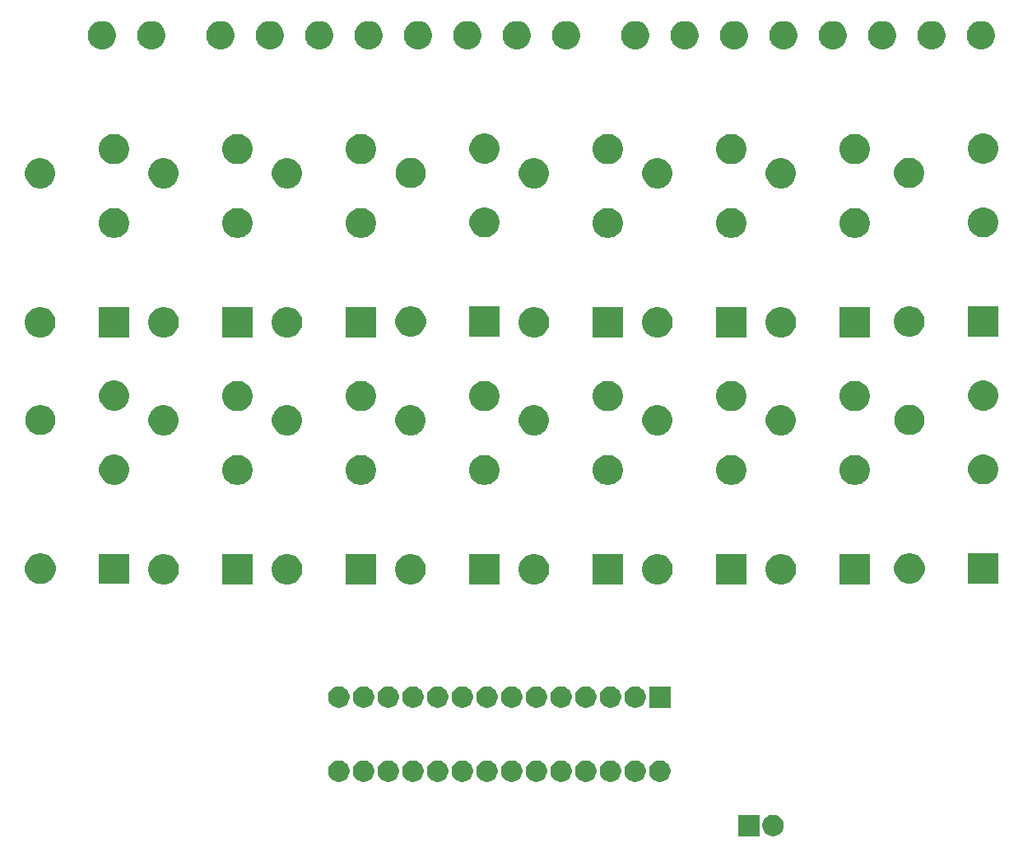
<source format=gbr>
G04 #@! TF.GenerationSoftware,KiCad,Pcbnew,(5.1.5)-3*
G04 #@! TF.CreationDate,2021-02-24T13:16:18+01:00*
G04 #@! TF.ProjectId,Projekt,50726f6a-656b-4742-9e6b-696361645f70,rev?*
G04 #@! TF.SameCoordinates,PX3778af0PY9765530*
G04 #@! TF.FileFunction,Soldermask,Top*
G04 #@! TF.FilePolarity,Negative*
%FSLAX46Y46*%
G04 Gerber Fmt 4.6, Leading zero omitted, Abs format (unit mm)*
G04 Created by KiCad (PCBNEW (5.1.5)-3) date 2021-02-24 13:16:18*
%MOMM*%
%LPD*%
G04 APERTURE LIST*
%ADD10C,0.100000*%
G04 APERTURE END LIST*
D10*
G36*
X82978600Y9206863D02*
G01*
X83084860Y9185727D01*
X83285047Y9102807D01*
X83465209Y8982426D01*
X83618426Y8829209D01*
X83738807Y8649047D01*
X83821727Y8448860D01*
X83864000Y8236339D01*
X83864000Y8019661D01*
X83821727Y7807140D01*
X83738807Y7606953D01*
X83618426Y7426791D01*
X83465209Y7273574D01*
X83285047Y7153193D01*
X83084860Y7070273D01*
X82978599Y7049136D01*
X82872341Y7028000D01*
X82655659Y7028000D01*
X82549401Y7049136D01*
X82443140Y7070273D01*
X82242953Y7153193D01*
X82062791Y7273574D01*
X81909574Y7426791D01*
X81789193Y7606953D01*
X81706273Y7807140D01*
X81664000Y8019661D01*
X81664000Y8236339D01*
X81706273Y8448860D01*
X81789193Y8649047D01*
X81909574Y8829209D01*
X82062791Y8982426D01*
X82242953Y9102807D01*
X82443140Y9185727D01*
X82549400Y9206863D01*
X82655659Y9228000D01*
X82872341Y9228000D01*
X82978600Y9206863D01*
G37*
G36*
X81364000Y7028000D02*
G01*
X79164000Y7028000D01*
X79164000Y9228000D01*
X81364000Y9228000D01*
X81364000Y7028000D01*
G37*
G36*
X68794600Y14794863D02*
G01*
X68900860Y14773727D01*
X69101047Y14690807D01*
X69281209Y14570426D01*
X69434426Y14417209D01*
X69554807Y14237047D01*
X69637727Y14036860D01*
X69680000Y13824339D01*
X69680000Y13607661D01*
X69637727Y13395140D01*
X69554807Y13194953D01*
X69434426Y13014791D01*
X69281209Y12861574D01*
X69101047Y12741193D01*
X68900860Y12658273D01*
X68794599Y12637136D01*
X68688341Y12616000D01*
X68471659Y12616000D01*
X68365401Y12637136D01*
X68259140Y12658273D01*
X68058953Y12741193D01*
X67878791Y12861574D01*
X67725574Y13014791D01*
X67605193Y13194953D01*
X67522273Y13395140D01*
X67480000Y13607661D01*
X67480000Y13824339D01*
X67522273Y14036860D01*
X67605193Y14237047D01*
X67725574Y14417209D01*
X67878791Y14570426D01*
X68058953Y14690807D01*
X68259140Y14773727D01*
X68365400Y14794863D01*
X68471659Y14816000D01*
X68688341Y14816000D01*
X68794600Y14794863D01*
G37*
G36*
X45934600Y14794863D02*
G01*
X46040860Y14773727D01*
X46241047Y14690807D01*
X46421209Y14570426D01*
X46574426Y14417209D01*
X46694807Y14237047D01*
X46777727Y14036860D01*
X46820000Y13824339D01*
X46820000Y13607661D01*
X46777727Y13395140D01*
X46694807Y13194953D01*
X46574426Y13014791D01*
X46421209Y12861574D01*
X46241047Y12741193D01*
X46040860Y12658273D01*
X45934599Y12637136D01*
X45828341Y12616000D01*
X45611659Y12616000D01*
X45505401Y12637136D01*
X45399140Y12658273D01*
X45198953Y12741193D01*
X45018791Y12861574D01*
X44865574Y13014791D01*
X44745193Y13194953D01*
X44662273Y13395140D01*
X44620000Y13607661D01*
X44620000Y13824339D01*
X44662273Y14036860D01*
X44745193Y14237047D01*
X44865574Y14417209D01*
X45018791Y14570426D01*
X45198953Y14690807D01*
X45399140Y14773727D01*
X45505400Y14794863D01*
X45611659Y14816000D01*
X45828341Y14816000D01*
X45934600Y14794863D01*
G37*
G36*
X61174600Y14794863D02*
G01*
X61280860Y14773727D01*
X61481047Y14690807D01*
X61661209Y14570426D01*
X61814426Y14417209D01*
X61934807Y14237047D01*
X62017727Y14036860D01*
X62060000Y13824339D01*
X62060000Y13607661D01*
X62017727Y13395140D01*
X61934807Y13194953D01*
X61814426Y13014791D01*
X61661209Y12861574D01*
X61481047Y12741193D01*
X61280860Y12658273D01*
X61174599Y12637136D01*
X61068341Y12616000D01*
X60851659Y12616000D01*
X60745401Y12637136D01*
X60639140Y12658273D01*
X60438953Y12741193D01*
X60258791Y12861574D01*
X60105574Y13014791D01*
X59985193Y13194953D01*
X59902273Y13395140D01*
X59860000Y13607661D01*
X59860000Y13824339D01*
X59902273Y14036860D01*
X59985193Y14237047D01*
X60105574Y14417209D01*
X60258791Y14570426D01*
X60438953Y14690807D01*
X60639140Y14773727D01*
X60745400Y14794863D01*
X60851659Y14816000D01*
X61068341Y14816000D01*
X61174600Y14794863D01*
G37*
G36*
X58634600Y14794863D02*
G01*
X58740860Y14773727D01*
X58941047Y14690807D01*
X59121209Y14570426D01*
X59274426Y14417209D01*
X59394807Y14237047D01*
X59477727Y14036860D01*
X59520000Y13824339D01*
X59520000Y13607661D01*
X59477727Y13395140D01*
X59394807Y13194953D01*
X59274426Y13014791D01*
X59121209Y12861574D01*
X58941047Y12741193D01*
X58740860Y12658273D01*
X58634599Y12637136D01*
X58528341Y12616000D01*
X58311659Y12616000D01*
X58205401Y12637136D01*
X58099140Y12658273D01*
X57898953Y12741193D01*
X57718791Y12861574D01*
X57565574Y13014791D01*
X57445193Y13194953D01*
X57362273Y13395140D01*
X57320000Y13607661D01*
X57320000Y13824339D01*
X57362273Y14036860D01*
X57445193Y14237047D01*
X57565574Y14417209D01*
X57718791Y14570426D01*
X57898953Y14690807D01*
X58099140Y14773727D01*
X58205400Y14794863D01*
X58311659Y14816000D01*
X58528341Y14816000D01*
X58634600Y14794863D01*
G37*
G36*
X56094600Y14794863D02*
G01*
X56200860Y14773727D01*
X56401047Y14690807D01*
X56581209Y14570426D01*
X56734426Y14417209D01*
X56854807Y14237047D01*
X56937727Y14036860D01*
X56980000Y13824339D01*
X56980000Y13607661D01*
X56937727Y13395140D01*
X56854807Y13194953D01*
X56734426Y13014791D01*
X56581209Y12861574D01*
X56401047Y12741193D01*
X56200860Y12658273D01*
X56094599Y12637136D01*
X55988341Y12616000D01*
X55771659Y12616000D01*
X55665401Y12637136D01*
X55559140Y12658273D01*
X55358953Y12741193D01*
X55178791Y12861574D01*
X55025574Y13014791D01*
X54905193Y13194953D01*
X54822273Y13395140D01*
X54780000Y13607661D01*
X54780000Y13824339D01*
X54822273Y14036860D01*
X54905193Y14237047D01*
X55025574Y14417209D01*
X55178791Y14570426D01*
X55358953Y14690807D01*
X55559140Y14773727D01*
X55665400Y14794863D01*
X55771659Y14816000D01*
X55988341Y14816000D01*
X56094600Y14794863D01*
G37*
G36*
X53554600Y14794863D02*
G01*
X53660860Y14773727D01*
X53861047Y14690807D01*
X54041209Y14570426D01*
X54194426Y14417209D01*
X54314807Y14237047D01*
X54397727Y14036860D01*
X54440000Y13824339D01*
X54440000Y13607661D01*
X54397727Y13395140D01*
X54314807Y13194953D01*
X54194426Y13014791D01*
X54041209Y12861574D01*
X53861047Y12741193D01*
X53660860Y12658273D01*
X53554599Y12637136D01*
X53448341Y12616000D01*
X53231659Y12616000D01*
X53125401Y12637136D01*
X53019140Y12658273D01*
X52818953Y12741193D01*
X52638791Y12861574D01*
X52485574Y13014791D01*
X52365193Y13194953D01*
X52282273Y13395140D01*
X52240000Y13607661D01*
X52240000Y13824339D01*
X52282273Y14036860D01*
X52365193Y14237047D01*
X52485574Y14417209D01*
X52638791Y14570426D01*
X52818953Y14690807D01*
X53019140Y14773727D01*
X53125400Y14794863D01*
X53231659Y14816000D01*
X53448341Y14816000D01*
X53554600Y14794863D01*
G37*
G36*
X51014600Y14794863D02*
G01*
X51120860Y14773727D01*
X51321047Y14690807D01*
X51501209Y14570426D01*
X51654426Y14417209D01*
X51774807Y14237047D01*
X51857727Y14036860D01*
X51900000Y13824339D01*
X51900000Y13607661D01*
X51857727Y13395140D01*
X51774807Y13194953D01*
X51654426Y13014791D01*
X51501209Y12861574D01*
X51321047Y12741193D01*
X51120860Y12658273D01*
X51014599Y12637136D01*
X50908341Y12616000D01*
X50691659Y12616000D01*
X50585401Y12637136D01*
X50479140Y12658273D01*
X50278953Y12741193D01*
X50098791Y12861574D01*
X49945574Y13014791D01*
X49825193Y13194953D01*
X49742273Y13395140D01*
X49700000Y13607661D01*
X49700000Y13824339D01*
X49742273Y14036860D01*
X49825193Y14237047D01*
X49945574Y14417209D01*
X50098791Y14570426D01*
X50278953Y14690807D01*
X50479140Y14773727D01*
X50585400Y14794863D01*
X50691659Y14816000D01*
X50908341Y14816000D01*
X51014600Y14794863D01*
G37*
G36*
X48474600Y14794863D02*
G01*
X48580860Y14773727D01*
X48781047Y14690807D01*
X48961209Y14570426D01*
X49114426Y14417209D01*
X49234807Y14237047D01*
X49317727Y14036860D01*
X49360000Y13824339D01*
X49360000Y13607661D01*
X49317727Y13395140D01*
X49234807Y13194953D01*
X49114426Y13014791D01*
X48961209Y12861574D01*
X48781047Y12741193D01*
X48580860Y12658273D01*
X48474599Y12637136D01*
X48368341Y12616000D01*
X48151659Y12616000D01*
X48045401Y12637136D01*
X47939140Y12658273D01*
X47738953Y12741193D01*
X47558791Y12861574D01*
X47405574Y13014791D01*
X47285193Y13194953D01*
X47202273Y13395140D01*
X47160000Y13607661D01*
X47160000Y13824339D01*
X47202273Y14036860D01*
X47285193Y14237047D01*
X47405574Y14417209D01*
X47558791Y14570426D01*
X47738953Y14690807D01*
X47939140Y14773727D01*
X48045400Y14794863D01*
X48151659Y14816000D01*
X48368341Y14816000D01*
X48474600Y14794863D01*
G37*
G36*
X43394600Y14794863D02*
G01*
X43500860Y14773727D01*
X43701047Y14690807D01*
X43881209Y14570426D01*
X44034426Y14417209D01*
X44154807Y14237047D01*
X44237727Y14036860D01*
X44280000Y13824339D01*
X44280000Y13607661D01*
X44237727Y13395140D01*
X44154807Y13194953D01*
X44034426Y13014791D01*
X43881209Y12861574D01*
X43701047Y12741193D01*
X43500860Y12658273D01*
X43394599Y12637136D01*
X43288341Y12616000D01*
X43071659Y12616000D01*
X42965401Y12637136D01*
X42859140Y12658273D01*
X42658953Y12741193D01*
X42478791Y12861574D01*
X42325574Y13014791D01*
X42205193Y13194953D01*
X42122273Y13395140D01*
X42080000Y13607661D01*
X42080000Y13824339D01*
X42122273Y14036860D01*
X42205193Y14237047D01*
X42325574Y14417209D01*
X42478791Y14570426D01*
X42658953Y14690807D01*
X42859140Y14773727D01*
X42965400Y14794863D01*
X43071659Y14816000D01*
X43288341Y14816000D01*
X43394600Y14794863D01*
G37*
G36*
X40854600Y14794863D02*
G01*
X40960860Y14773727D01*
X41161047Y14690807D01*
X41341209Y14570426D01*
X41494426Y14417209D01*
X41614807Y14237047D01*
X41697727Y14036860D01*
X41740000Y13824339D01*
X41740000Y13607661D01*
X41697727Y13395140D01*
X41614807Y13194953D01*
X41494426Y13014791D01*
X41341209Y12861574D01*
X41161047Y12741193D01*
X40960860Y12658273D01*
X40854599Y12637136D01*
X40748341Y12616000D01*
X40531659Y12616000D01*
X40425401Y12637136D01*
X40319140Y12658273D01*
X40118953Y12741193D01*
X39938791Y12861574D01*
X39785574Y13014791D01*
X39665193Y13194953D01*
X39582273Y13395140D01*
X39540000Y13607661D01*
X39540000Y13824339D01*
X39582273Y14036860D01*
X39665193Y14237047D01*
X39785574Y14417209D01*
X39938791Y14570426D01*
X40118953Y14690807D01*
X40319140Y14773727D01*
X40425400Y14794863D01*
X40531659Y14816000D01*
X40748341Y14816000D01*
X40854600Y14794863D01*
G37*
G36*
X38314600Y14794863D02*
G01*
X38420860Y14773727D01*
X38621047Y14690807D01*
X38801209Y14570426D01*
X38954426Y14417209D01*
X39074807Y14237047D01*
X39157727Y14036860D01*
X39200000Y13824339D01*
X39200000Y13607661D01*
X39157727Y13395140D01*
X39074807Y13194953D01*
X38954426Y13014791D01*
X38801209Y12861574D01*
X38621047Y12741193D01*
X38420860Y12658273D01*
X38314599Y12637136D01*
X38208341Y12616000D01*
X37991659Y12616000D01*
X37885401Y12637136D01*
X37779140Y12658273D01*
X37578953Y12741193D01*
X37398791Y12861574D01*
X37245574Y13014791D01*
X37125193Y13194953D01*
X37042273Y13395140D01*
X37000000Y13607661D01*
X37000000Y13824339D01*
X37042273Y14036860D01*
X37125193Y14237047D01*
X37245574Y14417209D01*
X37398791Y14570426D01*
X37578953Y14690807D01*
X37779140Y14773727D01*
X37885400Y14794863D01*
X37991659Y14816000D01*
X38208341Y14816000D01*
X38314600Y14794863D01*
G37*
G36*
X71334600Y14794863D02*
G01*
X71440860Y14773727D01*
X71641047Y14690807D01*
X71821209Y14570426D01*
X71974426Y14417209D01*
X72094807Y14237047D01*
X72177727Y14036860D01*
X72220000Y13824339D01*
X72220000Y13607661D01*
X72177727Y13395140D01*
X72094807Y13194953D01*
X71974426Y13014791D01*
X71821209Y12861574D01*
X71641047Y12741193D01*
X71440860Y12658273D01*
X71334599Y12637136D01*
X71228341Y12616000D01*
X71011659Y12616000D01*
X70905401Y12637136D01*
X70799140Y12658273D01*
X70598953Y12741193D01*
X70418791Y12861574D01*
X70265574Y13014791D01*
X70145193Y13194953D01*
X70062273Y13395140D01*
X70020000Y13607661D01*
X70020000Y13824339D01*
X70062273Y14036860D01*
X70145193Y14237047D01*
X70265574Y14417209D01*
X70418791Y14570426D01*
X70598953Y14690807D01*
X70799140Y14773727D01*
X70905400Y14794863D01*
X71011659Y14816000D01*
X71228341Y14816000D01*
X71334600Y14794863D01*
G37*
G36*
X66254600Y14794863D02*
G01*
X66360860Y14773727D01*
X66561047Y14690807D01*
X66741209Y14570426D01*
X66894426Y14417209D01*
X67014807Y14237047D01*
X67097727Y14036860D01*
X67140000Y13824339D01*
X67140000Y13607661D01*
X67097727Y13395140D01*
X67014807Y13194953D01*
X66894426Y13014791D01*
X66741209Y12861574D01*
X66561047Y12741193D01*
X66360860Y12658273D01*
X66254599Y12637136D01*
X66148341Y12616000D01*
X65931659Y12616000D01*
X65825401Y12637136D01*
X65719140Y12658273D01*
X65518953Y12741193D01*
X65338791Y12861574D01*
X65185574Y13014791D01*
X65065193Y13194953D01*
X64982273Y13395140D01*
X64940000Y13607661D01*
X64940000Y13824339D01*
X64982273Y14036860D01*
X65065193Y14237047D01*
X65185574Y14417209D01*
X65338791Y14570426D01*
X65518953Y14690807D01*
X65719140Y14773727D01*
X65825400Y14794863D01*
X65931659Y14816000D01*
X66148341Y14816000D01*
X66254600Y14794863D01*
G37*
G36*
X63714600Y14794863D02*
G01*
X63820860Y14773727D01*
X64021047Y14690807D01*
X64201209Y14570426D01*
X64354426Y14417209D01*
X64474807Y14237047D01*
X64557727Y14036860D01*
X64600000Y13824339D01*
X64600000Y13607661D01*
X64557727Y13395140D01*
X64474807Y13194953D01*
X64354426Y13014791D01*
X64201209Y12861574D01*
X64021047Y12741193D01*
X63820860Y12658273D01*
X63714599Y12637136D01*
X63608341Y12616000D01*
X63391659Y12616000D01*
X63285401Y12637136D01*
X63179140Y12658273D01*
X62978953Y12741193D01*
X62798791Y12861574D01*
X62645574Y13014791D01*
X62525193Y13194953D01*
X62442273Y13395140D01*
X62400000Y13607661D01*
X62400000Y13824339D01*
X62442273Y14036860D01*
X62525193Y14237047D01*
X62645574Y14417209D01*
X62798791Y14570426D01*
X62978953Y14690807D01*
X63179140Y14773727D01*
X63285400Y14794863D01*
X63391659Y14816000D01*
X63608341Y14816000D01*
X63714600Y14794863D01*
G37*
G36*
X51014599Y22414864D02*
G01*
X51120860Y22393727D01*
X51321047Y22310807D01*
X51501209Y22190426D01*
X51654426Y22037209D01*
X51774807Y21857047D01*
X51857727Y21656860D01*
X51900000Y21444339D01*
X51900000Y21227661D01*
X51857727Y21015140D01*
X51774807Y20814953D01*
X51654426Y20634791D01*
X51501209Y20481574D01*
X51321047Y20361193D01*
X51120860Y20278273D01*
X51014599Y20257136D01*
X50908341Y20236000D01*
X50691659Y20236000D01*
X50585401Y20257136D01*
X50479140Y20278273D01*
X50278953Y20361193D01*
X50098791Y20481574D01*
X49945574Y20634791D01*
X49825193Y20814953D01*
X49742273Y21015140D01*
X49700000Y21227661D01*
X49700000Y21444339D01*
X49742273Y21656860D01*
X49825193Y21857047D01*
X49945574Y22037209D01*
X50098791Y22190426D01*
X50278953Y22310807D01*
X50479140Y22393727D01*
X50585401Y22414864D01*
X50691659Y22436000D01*
X50908341Y22436000D01*
X51014599Y22414864D01*
G37*
G36*
X72220000Y20236000D02*
G01*
X70020000Y20236000D01*
X70020000Y22436000D01*
X72220000Y22436000D01*
X72220000Y20236000D01*
G37*
G36*
X68794599Y22414864D02*
G01*
X68900860Y22393727D01*
X69101047Y22310807D01*
X69281209Y22190426D01*
X69434426Y22037209D01*
X69554807Y21857047D01*
X69637727Y21656860D01*
X69680000Y21444339D01*
X69680000Y21227661D01*
X69637727Y21015140D01*
X69554807Y20814953D01*
X69434426Y20634791D01*
X69281209Y20481574D01*
X69101047Y20361193D01*
X68900860Y20278273D01*
X68794599Y20257136D01*
X68688341Y20236000D01*
X68471659Y20236000D01*
X68365401Y20257136D01*
X68259140Y20278273D01*
X68058953Y20361193D01*
X67878791Y20481574D01*
X67725574Y20634791D01*
X67605193Y20814953D01*
X67522273Y21015140D01*
X67480000Y21227661D01*
X67480000Y21444339D01*
X67522273Y21656860D01*
X67605193Y21857047D01*
X67725574Y22037209D01*
X67878791Y22190426D01*
X68058953Y22310807D01*
X68259140Y22393727D01*
X68365401Y22414864D01*
X68471659Y22436000D01*
X68688341Y22436000D01*
X68794599Y22414864D01*
G37*
G36*
X66254599Y22414864D02*
G01*
X66360860Y22393727D01*
X66561047Y22310807D01*
X66741209Y22190426D01*
X66894426Y22037209D01*
X67014807Y21857047D01*
X67097727Y21656860D01*
X67140000Y21444339D01*
X67140000Y21227661D01*
X67097727Y21015140D01*
X67014807Y20814953D01*
X66894426Y20634791D01*
X66741209Y20481574D01*
X66561047Y20361193D01*
X66360860Y20278273D01*
X66254599Y20257136D01*
X66148341Y20236000D01*
X65931659Y20236000D01*
X65825401Y20257136D01*
X65719140Y20278273D01*
X65518953Y20361193D01*
X65338791Y20481574D01*
X65185574Y20634791D01*
X65065193Y20814953D01*
X64982273Y21015140D01*
X64940000Y21227661D01*
X64940000Y21444339D01*
X64982273Y21656860D01*
X65065193Y21857047D01*
X65185574Y22037209D01*
X65338791Y22190426D01*
X65518953Y22310807D01*
X65719140Y22393727D01*
X65825401Y22414864D01*
X65931659Y22436000D01*
X66148341Y22436000D01*
X66254599Y22414864D01*
G37*
G36*
X63714599Y22414864D02*
G01*
X63820860Y22393727D01*
X64021047Y22310807D01*
X64201209Y22190426D01*
X64354426Y22037209D01*
X64474807Y21857047D01*
X64557727Y21656860D01*
X64600000Y21444339D01*
X64600000Y21227661D01*
X64557727Y21015140D01*
X64474807Y20814953D01*
X64354426Y20634791D01*
X64201209Y20481574D01*
X64021047Y20361193D01*
X63820860Y20278273D01*
X63714599Y20257136D01*
X63608341Y20236000D01*
X63391659Y20236000D01*
X63285401Y20257136D01*
X63179140Y20278273D01*
X62978953Y20361193D01*
X62798791Y20481574D01*
X62645574Y20634791D01*
X62525193Y20814953D01*
X62442273Y21015140D01*
X62400000Y21227661D01*
X62400000Y21444339D01*
X62442273Y21656860D01*
X62525193Y21857047D01*
X62645574Y22037209D01*
X62798791Y22190426D01*
X62978953Y22310807D01*
X63179140Y22393727D01*
X63285401Y22414864D01*
X63391659Y22436000D01*
X63608341Y22436000D01*
X63714599Y22414864D01*
G37*
G36*
X38314599Y22414864D02*
G01*
X38420860Y22393727D01*
X38621047Y22310807D01*
X38801209Y22190426D01*
X38954426Y22037209D01*
X39074807Y21857047D01*
X39157727Y21656860D01*
X39200000Y21444339D01*
X39200000Y21227661D01*
X39157727Y21015140D01*
X39074807Y20814953D01*
X38954426Y20634791D01*
X38801209Y20481574D01*
X38621047Y20361193D01*
X38420860Y20278273D01*
X38314599Y20257136D01*
X38208341Y20236000D01*
X37991659Y20236000D01*
X37885401Y20257136D01*
X37779140Y20278273D01*
X37578953Y20361193D01*
X37398791Y20481574D01*
X37245574Y20634791D01*
X37125193Y20814953D01*
X37042273Y21015140D01*
X37000000Y21227661D01*
X37000000Y21444339D01*
X37042273Y21656860D01*
X37125193Y21857047D01*
X37245574Y22037209D01*
X37398791Y22190426D01*
X37578953Y22310807D01*
X37779140Y22393727D01*
X37885401Y22414864D01*
X37991659Y22436000D01*
X38208341Y22436000D01*
X38314599Y22414864D01*
G37*
G36*
X43394599Y22414864D02*
G01*
X43500860Y22393727D01*
X43701047Y22310807D01*
X43881209Y22190426D01*
X44034426Y22037209D01*
X44154807Y21857047D01*
X44237727Y21656860D01*
X44280000Y21444339D01*
X44280000Y21227661D01*
X44237727Y21015140D01*
X44154807Y20814953D01*
X44034426Y20634791D01*
X43881209Y20481574D01*
X43701047Y20361193D01*
X43500860Y20278273D01*
X43394599Y20257136D01*
X43288341Y20236000D01*
X43071659Y20236000D01*
X42965401Y20257136D01*
X42859140Y20278273D01*
X42658953Y20361193D01*
X42478791Y20481574D01*
X42325574Y20634791D01*
X42205193Y20814953D01*
X42122273Y21015140D01*
X42080000Y21227661D01*
X42080000Y21444339D01*
X42122273Y21656860D01*
X42205193Y21857047D01*
X42325574Y22037209D01*
X42478791Y22190426D01*
X42658953Y22310807D01*
X42859140Y22393727D01*
X42965401Y22414864D01*
X43071659Y22436000D01*
X43288341Y22436000D01*
X43394599Y22414864D01*
G37*
G36*
X45934599Y22414864D02*
G01*
X46040860Y22393727D01*
X46241047Y22310807D01*
X46421209Y22190426D01*
X46574426Y22037209D01*
X46694807Y21857047D01*
X46777727Y21656860D01*
X46820000Y21444339D01*
X46820000Y21227661D01*
X46777727Y21015140D01*
X46694807Y20814953D01*
X46574426Y20634791D01*
X46421209Y20481574D01*
X46241047Y20361193D01*
X46040860Y20278273D01*
X45934599Y20257136D01*
X45828341Y20236000D01*
X45611659Y20236000D01*
X45505401Y20257136D01*
X45399140Y20278273D01*
X45198953Y20361193D01*
X45018791Y20481574D01*
X44865574Y20634791D01*
X44745193Y20814953D01*
X44662273Y21015140D01*
X44620000Y21227661D01*
X44620000Y21444339D01*
X44662273Y21656860D01*
X44745193Y21857047D01*
X44865574Y22037209D01*
X45018791Y22190426D01*
X45198953Y22310807D01*
X45399140Y22393727D01*
X45505401Y22414864D01*
X45611659Y22436000D01*
X45828341Y22436000D01*
X45934599Y22414864D01*
G37*
G36*
X48474599Y22414864D02*
G01*
X48580860Y22393727D01*
X48781047Y22310807D01*
X48961209Y22190426D01*
X49114426Y22037209D01*
X49234807Y21857047D01*
X49317727Y21656860D01*
X49360000Y21444339D01*
X49360000Y21227661D01*
X49317727Y21015140D01*
X49234807Y20814953D01*
X49114426Y20634791D01*
X48961209Y20481574D01*
X48781047Y20361193D01*
X48580860Y20278273D01*
X48474599Y20257136D01*
X48368341Y20236000D01*
X48151659Y20236000D01*
X48045401Y20257136D01*
X47939140Y20278273D01*
X47738953Y20361193D01*
X47558791Y20481574D01*
X47405574Y20634791D01*
X47285193Y20814953D01*
X47202273Y21015140D01*
X47160000Y21227661D01*
X47160000Y21444339D01*
X47202273Y21656860D01*
X47285193Y21857047D01*
X47405574Y22037209D01*
X47558791Y22190426D01*
X47738953Y22310807D01*
X47939140Y22393727D01*
X48045401Y22414864D01*
X48151659Y22436000D01*
X48368341Y22436000D01*
X48474599Y22414864D01*
G37*
G36*
X40854599Y22414864D02*
G01*
X40960860Y22393727D01*
X41161047Y22310807D01*
X41341209Y22190426D01*
X41494426Y22037209D01*
X41614807Y21857047D01*
X41697727Y21656860D01*
X41740000Y21444339D01*
X41740000Y21227661D01*
X41697727Y21015140D01*
X41614807Y20814953D01*
X41494426Y20634791D01*
X41341209Y20481574D01*
X41161047Y20361193D01*
X40960860Y20278273D01*
X40854599Y20257136D01*
X40748341Y20236000D01*
X40531659Y20236000D01*
X40425401Y20257136D01*
X40319140Y20278273D01*
X40118953Y20361193D01*
X39938791Y20481574D01*
X39785574Y20634791D01*
X39665193Y20814953D01*
X39582273Y21015140D01*
X39540000Y21227661D01*
X39540000Y21444339D01*
X39582273Y21656860D01*
X39665193Y21857047D01*
X39785574Y22037209D01*
X39938791Y22190426D01*
X40118953Y22310807D01*
X40319140Y22393727D01*
X40425401Y22414864D01*
X40531659Y22436000D01*
X40748341Y22436000D01*
X40854599Y22414864D01*
G37*
G36*
X56094599Y22414864D02*
G01*
X56200860Y22393727D01*
X56401047Y22310807D01*
X56581209Y22190426D01*
X56734426Y22037209D01*
X56854807Y21857047D01*
X56937727Y21656860D01*
X56980000Y21444339D01*
X56980000Y21227661D01*
X56937727Y21015140D01*
X56854807Y20814953D01*
X56734426Y20634791D01*
X56581209Y20481574D01*
X56401047Y20361193D01*
X56200860Y20278273D01*
X56094599Y20257136D01*
X55988341Y20236000D01*
X55771659Y20236000D01*
X55665401Y20257136D01*
X55559140Y20278273D01*
X55358953Y20361193D01*
X55178791Y20481574D01*
X55025574Y20634791D01*
X54905193Y20814953D01*
X54822273Y21015140D01*
X54780000Y21227661D01*
X54780000Y21444339D01*
X54822273Y21656860D01*
X54905193Y21857047D01*
X55025574Y22037209D01*
X55178791Y22190426D01*
X55358953Y22310807D01*
X55559140Y22393727D01*
X55665401Y22414864D01*
X55771659Y22436000D01*
X55988341Y22436000D01*
X56094599Y22414864D01*
G37*
G36*
X58634599Y22414864D02*
G01*
X58740860Y22393727D01*
X58941047Y22310807D01*
X59121209Y22190426D01*
X59274426Y22037209D01*
X59394807Y21857047D01*
X59477727Y21656860D01*
X59520000Y21444339D01*
X59520000Y21227661D01*
X59477727Y21015140D01*
X59394807Y20814953D01*
X59274426Y20634791D01*
X59121209Y20481574D01*
X58941047Y20361193D01*
X58740860Y20278273D01*
X58634599Y20257136D01*
X58528341Y20236000D01*
X58311659Y20236000D01*
X58205401Y20257136D01*
X58099140Y20278273D01*
X57898953Y20361193D01*
X57718791Y20481574D01*
X57565574Y20634791D01*
X57445193Y20814953D01*
X57362273Y21015140D01*
X57320000Y21227661D01*
X57320000Y21444339D01*
X57362273Y21656860D01*
X57445193Y21857047D01*
X57565574Y22037209D01*
X57718791Y22190426D01*
X57898953Y22310807D01*
X58099140Y22393727D01*
X58205401Y22414864D01*
X58311659Y22436000D01*
X58528341Y22436000D01*
X58634599Y22414864D01*
G37*
G36*
X61174599Y22414864D02*
G01*
X61280860Y22393727D01*
X61481047Y22310807D01*
X61661209Y22190426D01*
X61814426Y22037209D01*
X61934807Y21857047D01*
X62017727Y21656860D01*
X62060000Y21444339D01*
X62060000Y21227661D01*
X62017727Y21015140D01*
X61934807Y20814953D01*
X61814426Y20634791D01*
X61661209Y20481574D01*
X61481047Y20361193D01*
X61280860Y20278273D01*
X61174599Y20257136D01*
X61068341Y20236000D01*
X60851659Y20236000D01*
X60745401Y20257136D01*
X60639140Y20278273D01*
X60438953Y20361193D01*
X60258791Y20481574D01*
X60105574Y20634791D01*
X59985193Y20814953D01*
X59902273Y21015140D01*
X59860000Y21227661D01*
X59860000Y21444339D01*
X59902273Y21656860D01*
X59985193Y21857047D01*
X60105574Y22037209D01*
X60258791Y22190426D01*
X60438953Y22310807D01*
X60639140Y22393727D01*
X60745401Y22414864D01*
X60851659Y22436000D01*
X61068341Y22436000D01*
X61174599Y22414864D01*
G37*
G36*
X53554599Y22414864D02*
G01*
X53660860Y22393727D01*
X53861047Y22310807D01*
X54041209Y22190426D01*
X54194426Y22037209D01*
X54314807Y21857047D01*
X54397727Y21656860D01*
X54440000Y21444339D01*
X54440000Y21227661D01*
X54397727Y21015140D01*
X54314807Y20814953D01*
X54194426Y20634791D01*
X54041209Y20481574D01*
X53861047Y20361193D01*
X53660860Y20278273D01*
X53554599Y20257136D01*
X53448341Y20236000D01*
X53231659Y20236000D01*
X53125401Y20257136D01*
X53019140Y20278273D01*
X52818953Y20361193D01*
X52638791Y20481574D01*
X52485574Y20634791D01*
X52365193Y20814953D01*
X52282273Y21015140D01*
X52240000Y21227661D01*
X52240000Y21444339D01*
X52282273Y21656860D01*
X52365193Y21857047D01*
X52485574Y22037209D01*
X52638791Y22190426D01*
X52818953Y22310807D01*
X53019140Y22393727D01*
X53125401Y22414864D01*
X53231659Y22436000D01*
X53448341Y22436000D01*
X53554599Y22414864D01*
G37*
G36*
X58623952Y35993666D02*
G01*
X58909674Y35875316D01*
X59166817Y35703499D01*
X59385499Y35484817D01*
X59557316Y35227674D01*
X59675666Y34941952D01*
X59736000Y34638632D01*
X59736000Y34329368D01*
X59675666Y34026048D01*
X59557316Y33740326D01*
X59385499Y33483183D01*
X59166817Y33264501D01*
X58909674Y33092684D01*
X58623952Y32974334D01*
X58320632Y32914000D01*
X58011368Y32914000D01*
X57708048Y32974334D01*
X57422326Y33092684D01*
X57165183Y33264501D01*
X56946501Y33483183D01*
X56774684Y33740326D01*
X56656334Y34026048D01*
X56596000Y34329368D01*
X56596000Y34638632D01*
X56656334Y34941952D01*
X56774684Y35227674D01*
X56946501Y35484817D01*
X57165183Y35703499D01*
X57422326Y35875316D01*
X57708048Y35993666D01*
X58011368Y36054000D01*
X58320632Y36054000D01*
X58623952Y35993666D01*
G37*
G36*
X71323952Y35993666D02*
G01*
X71609674Y35875316D01*
X71866817Y35703499D01*
X72085499Y35484817D01*
X72257316Y35227674D01*
X72375666Y34941952D01*
X72436000Y34638632D01*
X72436000Y34329368D01*
X72375666Y34026048D01*
X72257316Y33740326D01*
X72085499Y33483183D01*
X71866817Y33264501D01*
X71609674Y33092684D01*
X71323952Y32974334D01*
X71020632Y32914000D01*
X70711368Y32914000D01*
X70408048Y32974334D01*
X70122326Y33092684D01*
X69865183Y33264501D01*
X69646501Y33483183D01*
X69474684Y33740326D01*
X69356334Y34026048D01*
X69296000Y34329368D01*
X69296000Y34638632D01*
X69356334Y34941952D01*
X69474684Y35227674D01*
X69646501Y35484817D01*
X69865183Y35703499D01*
X70122326Y35875316D01*
X70408048Y35993666D01*
X70711368Y36054000D01*
X71020632Y36054000D01*
X71323952Y35993666D01*
G37*
G36*
X45923952Y35993666D02*
G01*
X46209674Y35875316D01*
X46466817Y35703499D01*
X46685499Y35484817D01*
X46857316Y35227674D01*
X46975666Y34941952D01*
X47036000Y34638632D01*
X47036000Y34329368D01*
X46975666Y34026048D01*
X46857316Y33740326D01*
X46685499Y33483183D01*
X46466817Y33264501D01*
X46209674Y33092684D01*
X45923952Y32974334D01*
X45620632Y32914000D01*
X45311368Y32914000D01*
X45008048Y32974334D01*
X44722326Y33092684D01*
X44465183Y33264501D01*
X44246501Y33483183D01*
X44074684Y33740326D01*
X43956334Y34026048D01*
X43896000Y34329368D01*
X43896000Y34638632D01*
X43956334Y34941952D01*
X44074684Y35227674D01*
X44246501Y35484817D01*
X44465183Y35703499D01*
X44722326Y35875316D01*
X45008048Y35993666D01*
X45311368Y36054000D01*
X45620632Y36054000D01*
X45923952Y35993666D01*
G37*
G36*
X20523952Y35993666D02*
G01*
X20809674Y35875316D01*
X21066817Y35703499D01*
X21285499Y35484817D01*
X21457316Y35227674D01*
X21575666Y34941952D01*
X21636000Y34638632D01*
X21636000Y34329368D01*
X21575666Y34026048D01*
X21457316Y33740326D01*
X21285499Y33483183D01*
X21066817Y33264501D01*
X20809674Y33092684D01*
X20523952Y32974334D01*
X20220632Y32914000D01*
X19911368Y32914000D01*
X19608048Y32974334D01*
X19322326Y33092684D01*
X19065183Y33264501D01*
X18846501Y33483183D01*
X18674684Y33740326D01*
X18556334Y34026048D01*
X18496000Y34329368D01*
X18496000Y34638632D01*
X18556334Y34941952D01*
X18674684Y35227674D01*
X18846501Y35484817D01*
X19065183Y35703499D01*
X19322326Y35875316D01*
X19608048Y35993666D01*
X19911368Y36054000D01*
X20220632Y36054000D01*
X20523952Y35993666D01*
G37*
G36*
X33223952Y35993666D02*
G01*
X33509674Y35875316D01*
X33766817Y35703499D01*
X33985499Y35484817D01*
X34157316Y35227674D01*
X34275666Y34941952D01*
X34336000Y34638632D01*
X34336000Y34329368D01*
X34275666Y34026048D01*
X34157316Y33740326D01*
X33985499Y33483183D01*
X33766817Y33264501D01*
X33509674Y33092684D01*
X33223952Y32974334D01*
X32920632Y32914000D01*
X32611368Y32914000D01*
X32308048Y32974334D01*
X32022326Y33092684D01*
X31765183Y33264501D01*
X31546501Y33483183D01*
X31374684Y33740326D01*
X31256334Y34026048D01*
X31196000Y34329368D01*
X31196000Y34638632D01*
X31256334Y34941952D01*
X31374684Y35227674D01*
X31546501Y35484817D01*
X31765183Y35703499D01*
X32022326Y35875316D01*
X32308048Y35993666D01*
X32611368Y36054000D01*
X32920632Y36054000D01*
X33223952Y35993666D01*
G37*
G36*
X84023952Y35993666D02*
G01*
X84309674Y35875316D01*
X84566817Y35703499D01*
X84785499Y35484817D01*
X84957316Y35227674D01*
X85075666Y34941952D01*
X85136000Y34638632D01*
X85136000Y34329368D01*
X85075666Y34026048D01*
X84957316Y33740326D01*
X84785499Y33483183D01*
X84566817Y33264501D01*
X84309674Y33092684D01*
X84023952Y32974334D01*
X83720632Y32914000D01*
X83411368Y32914000D01*
X83108048Y32974334D01*
X82822326Y33092684D01*
X82565183Y33264501D01*
X82346501Y33483183D01*
X82174684Y33740326D01*
X82056334Y34026048D01*
X81996000Y34329368D01*
X81996000Y34638632D01*
X82056334Y34941952D01*
X82174684Y35227674D01*
X82346501Y35484817D01*
X82565183Y35703499D01*
X82822326Y35875316D01*
X83108048Y35993666D01*
X83411368Y36054000D01*
X83720632Y36054000D01*
X84023952Y35993666D01*
G37*
G36*
X92716000Y32934000D02*
G01*
X89616000Y32934000D01*
X89616000Y36034000D01*
X92716000Y36034000D01*
X92716000Y32934000D01*
G37*
G36*
X29216000Y32934000D02*
G01*
X26116000Y32934000D01*
X26116000Y36034000D01*
X29216000Y36034000D01*
X29216000Y32934000D01*
G37*
G36*
X80016000Y32934000D02*
G01*
X76916000Y32934000D01*
X76916000Y36034000D01*
X80016000Y36034000D01*
X80016000Y32934000D01*
G37*
G36*
X67316000Y32934000D02*
G01*
X64216000Y32934000D01*
X64216000Y36034000D01*
X67316000Y36034000D01*
X67316000Y32934000D01*
G37*
G36*
X54616000Y32934000D02*
G01*
X51516000Y32934000D01*
X51516000Y36034000D01*
X54616000Y36034000D01*
X54616000Y32934000D01*
G37*
G36*
X41916000Y32934000D02*
G01*
X38816000Y32934000D01*
X38816000Y36034000D01*
X41916000Y36034000D01*
X41916000Y32934000D01*
G37*
G36*
X7843952Y36033666D02*
G01*
X8129674Y35915316D01*
X8386817Y35743499D01*
X8605499Y35524817D01*
X8777316Y35267674D01*
X8895666Y34981952D01*
X8956000Y34678632D01*
X8956000Y34369368D01*
X8895666Y34066048D01*
X8777316Y33780326D01*
X8605499Y33523183D01*
X8386817Y33304501D01*
X8129674Y33132684D01*
X7843952Y33014334D01*
X7540632Y32954000D01*
X7231368Y32954000D01*
X6928048Y33014334D01*
X6642326Y33132684D01*
X6385183Y33304501D01*
X6166501Y33523183D01*
X5994684Y33780326D01*
X5876334Y34066048D01*
X5816000Y34369368D01*
X5816000Y34678632D01*
X5876334Y34981952D01*
X5994684Y35267674D01*
X6166501Y35524817D01*
X6385183Y35743499D01*
X6642326Y35915316D01*
X6928048Y36033666D01*
X7231368Y36094000D01*
X7540632Y36094000D01*
X7843952Y36033666D01*
G37*
G36*
X97251952Y36053666D02*
G01*
X97537674Y35935316D01*
X97794817Y35763499D01*
X98013499Y35544817D01*
X98185316Y35287674D01*
X98303666Y35001952D01*
X98364000Y34698632D01*
X98364000Y34389368D01*
X98303666Y34086048D01*
X98185316Y33800326D01*
X98013499Y33543183D01*
X97794817Y33324501D01*
X97537674Y33152684D01*
X97251952Y33034334D01*
X96948632Y32974000D01*
X96639368Y32974000D01*
X96336048Y33034334D01*
X96050326Y33152684D01*
X95793183Y33324501D01*
X95574501Y33543183D01*
X95402684Y33800326D01*
X95284334Y34086048D01*
X95224000Y34389368D01*
X95224000Y34698632D01*
X95284334Y35001952D01*
X95402684Y35287674D01*
X95574501Y35544817D01*
X95793183Y35763499D01*
X96050326Y35935316D01*
X96336048Y36053666D01*
X96639368Y36114000D01*
X96948632Y36114000D01*
X97251952Y36053666D01*
G37*
G36*
X16536000Y32974000D02*
G01*
X13436000Y32974000D01*
X13436000Y36074000D01*
X16536000Y36074000D01*
X16536000Y32974000D01*
G37*
G36*
X105944000Y32994000D02*
G01*
X102844000Y32994000D01*
X102844000Y36094000D01*
X105944000Y36094000D01*
X105944000Y32994000D01*
G37*
G36*
X53518118Y46174435D02*
G01*
X53518121Y46174434D01*
X53518120Y46174434D01*
X53800199Y46057593D01*
X53800200Y46057592D01*
X54054068Y45887964D01*
X54269964Y45672068D01*
X54383049Y45502823D01*
X54439593Y45418199D01*
X54529965Y45200021D01*
X54556435Y45136118D01*
X54616000Y44836662D01*
X54616000Y44531338D01*
X54556435Y44231882D01*
X54556434Y44231880D01*
X54439593Y43949801D01*
X54439592Y43949800D01*
X54269964Y43695932D01*
X54054068Y43480036D01*
X53889997Y43370408D01*
X53800199Y43310407D01*
X53662970Y43253565D01*
X53518118Y43193565D01*
X53218662Y43134000D01*
X52913338Y43134000D01*
X52613882Y43193565D01*
X52469030Y43253565D01*
X52331801Y43310407D01*
X52242003Y43370408D01*
X52077932Y43480036D01*
X51862036Y43695932D01*
X51692408Y43949800D01*
X51692407Y43949801D01*
X51575566Y44231880D01*
X51575565Y44231882D01*
X51516000Y44531338D01*
X51516000Y44836662D01*
X51575565Y45136118D01*
X51602035Y45200021D01*
X51692407Y45418199D01*
X51748951Y45502823D01*
X51862036Y45672068D01*
X52077932Y45887964D01*
X52331800Y46057592D01*
X52331801Y46057593D01*
X52613880Y46174434D01*
X52613879Y46174434D01*
X52613882Y46174435D01*
X52913338Y46234000D01*
X53218662Y46234000D01*
X53518118Y46174435D01*
G37*
G36*
X40818118Y46174435D02*
G01*
X40818121Y46174434D01*
X40818120Y46174434D01*
X41100199Y46057593D01*
X41100200Y46057592D01*
X41354068Y45887964D01*
X41569964Y45672068D01*
X41683049Y45502823D01*
X41739593Y45418199D01*
X41829965Y45200021D01*
X41856435Y45136118D01*
X41916000Y44836662D01*
X41916000Y44531338D01*
X41856435Y44231882D01*
X41856434Y44231880D01*
X41739593Y43949801D01*
X41739592Y43949800D01*
X41569964Y43695932D01*
X41354068Y43480036D01*
X41189997Y43370408D01*
X41100199Y43310407D01*
X40962970Y43253565D01*
X40818118Y43193565D01*
X40518662Y43134000D01*
X40213338Y43134000D01*
X39913882Y43193565D01*
X39769030Y43253565D01*
X39631801Y43310407D01*
X39542003Y43370408D01*
X39377932Y43480036D01*
X39162036Y43695932D01*
X38992408Y43949800D01*
X38992407Y43949801D01*
X38875566Y44231880D01*
X38875565Y44231882D01*
X38816000Y44531338D01*
X38816000Y44836662D01*
X38875565Y45136118D01*
X38902035Y45200021D01*
X38992407Y45418199D01*
X39048951Y45502823D01*
X39162036Y45672068D01*
X39377932Y45887964D01*
X39631800Y46057592D01*
X39631801Y46057593D01*
X39913880Y46174434D01*
X39913879Y46174434D01*
X39913882Y46174435D01*
X40213338Y46234000D01*
X40518662Y46234000D01*
X40818118Y46174435D01*
G37*
G36*
X78918118Y46174435D02*
G01*
X78918121Y46174434D01*
X78918120Y46174434D01*
X79200199Y46057593D01*
X79200200Y46057592D01*
X79454068Y45887964D01*
X79669964Y45672068D01*
X79783049Y45502823D01*
X79839593Y45418199D01*
X79929965Y45200021D01*
X79956435Y45136118D01*
X80016000Y44836662D01*
X80016000Y44531338D01*
X79956435Y44231882D01*
X79956434Y44231880D01*
X79839593Y43949801D01*
X79839592Y43949800D01*
X79669964Y43695932D01*
X79454068Y43480036D01*
X79289997Y43370408D01*
X79200199Y43310407D01*
X79062970Y43253565D01*
X78918118Y43193565D01*
X78618662Y43134000D01*
X78313338Y43134000D01*
X78013882Y43193565D01*
X77869030Y43253565D01*
X77731801Y43310407D01*
X77642003Y43370408D01*
X77477932Y43480036D01*
X77262036Y43695932D01*
X77092408Y43949800D01*
X77092407Y43949801D01*
X76975566Y44231880D01*
X76975565Y44231882D01*
X76916000Y44531338D01*
X76916000Y44836662D01*
X76975565Y45136118D01*
X77002035Y45200021D01*
X77092407Y45418199D01*
X77148951Y45502823D01*
X77262036Y45672068D01*
X77477932Y45887964D01*
X77731800Y46057592D01*
X77731801Y46057593D01*
X78013880Y46174434D01*
X78013879Y46174434D01*
X78013882Y46174435D01*
X78313338Y46234000D01*
X78618662Y46234000D01*
X78918118Y46174435D01*
G37*
G36*
X91618118Y46174435D02*
G01*
X91618121Y46174434D01*
X91618120Y46174434D01*
X91900199Y46057593D01*
X91900200Y46057592D01*
X92154068Y45887964D01*
X92369964Y45672068D01*
X92483049Y45502823D01*
X92539593Y45418199D01*
X92629965Y45200021D01*
X92656435Y45136118D01*
X92716000Y44836662D01*
X92716000Y44531338D01*
X92656435Y44231882D01*
X92656434Y44231880D01*
X92539593Y43949801D01*
X92539592Y43949800D01*
X92369964Y43695932D01*
X92154068Y43480036D01*
X91989997Y43370408D01*
X91900199Y43310407D01*
X91762970Y43253565D01*
X91618118Y43193565D01*
X91318662Y43134000D01*
X91013338Y43134000D01*
X90713882Y43193565D01*
X90569030Y43253565D01*
X90431801Y43310407D01*
X90342003Y43370408D01*
X90177932Y43480036D01*
X89962036Y43695932D01*
X89792408Y43949800D01*
X89792407Y43949801D01*
X89675566Y44231880D01*
X89675565Y44231882D01*
X89616000Y44531338D01*
X89616000Y44836662D01*
X89675565Y45136118D01*
X89702035Y45200021D01*
X89792407Y45418199D01*
X89848951Y45502823D01*
X89962036Y45672068D01*
X90177932Y45887964D01*
X90431800Y46057592D01*
X90431801Y46057593D01*
X90713880Y46174434D01*
X90713879Y46174434D01*
X90713882Y46174435D01*
X91013338Y46234000D01*
X91318662Y46234000D01*
X91618118Y46174435D01*
G37*
G36*
X66218118Y46174435D02*
G01*
X66218121Y46174434D01*
X66218120Y46174434D01*
X66500199Y46057593D01*
X66500200Y46057592D01*
X66754068Y45887964D01*
X66969964Y45672068D01*
X67083049Y45502823D01*
X67139593Y45418199D01*
X67229965Y45200021D01*
X67256435Y45136118D01*
X67316000Y44836662D01*
X67316000Y44531338D01*
X67256435Y44231882D01*
X67256434Y44231880D01*
X67139593Y43949801D01*
X67139592Y43949800D01*
X66969964Y43695932D01*
X66754068Y43480036D01*
X66589997Y43370408D01*
X66500199Y43310407D01*
X66362970Y43253565D01*
X66218118Y43193565D01*
X65918662Y43134000D01*
X65613338Y43134000D01*
X65313882Y43193565D01*
X65169030Y43253565D01*
X65031801Y43310407D01*
X64942003Y43370408D01*
X64777932Y43480036D01*
X64562036Y43695932D01*
X64392408Y43949800D01*
X64392407Y43949801D01*
X64275566Y44231880D01*
X64275565Y44231882D01*
X64216000Y44531338D01*
X64216000Y44836662D01*
X64275565Y45136118D01*
X64302035Y45200021D01*
X64392407Y45418199D01*
X64448951Y45502823D01*
X64562036Y45672068D01*
X64777932Y45887964D01*
X65031800Y46057592D01*
X65031801Y46057593D01*
X65313880Y46174434D01*
X65313879Y46174434D01*
X65313882Y46174435D01*
X65613338Y46234000D01*
X65918662Y46234000D01*
X66218118Y46174435D01*
G37*
G36*
X28118118Y46174435D02*
G01*
X28118121Y46174434D01*
X28118120Y46174434D01*
X28400199Y46057593D01*
X28400200Y46057592D01*
X28654068Y45887964D01*
X28869964Y45672068D01*
X28983049Y45502823D01*
X29039593Y45418199D01*
X29129965Y45200021D01*
X29156435Y45136118D01*
X29216000Y44836662D01*
X29216000Y44531338D01*
X29156435Y44231882D01*
X29156434Y44231880D01*
X29039593Y43949801D01*
X29039592Y43949800D01*
X28869964Y43695932D01*
X28654068Y43480036D01*
X28489997Y43370408D01*
X28400199Y43310407D01*
X28262970Y43253565D01*
X28118118Y43193565D01*
X27818662Y43134000D01*
X27513338Y43134000D01*
X27213882Y43193565D01*
X27069030Y43253565D01*
X26931801Y43310407D01*
X26842003Y43370408D01*
X26677932Y43480036D01*
X26462036Y43695932D01*
X26292408Y43949800D01*
X26292407Y43949801D01*
X26175566Y44231880D01*
X26175565Y44231882D01*
X26116000Y44531338D01*
X26116000Y44836662D01*
X26175565Y45136118D01*
X26202035Y45200021D01*
X26292407Y45418199D01*
X26348951Y45502823D01*
X26462036Y45672068D01*
X26677932Y45887964D01*
X26931800Y46057592D01*
X26931801Y46057593D01*
X27213880Y46174434D01*
X27213879Y46174434D01*
X27213882Y46174435D01*
X27513338Y46234000D01*
X27818662Y46234000D01*
X28118118Y46174435D01*
G37*
G36*
X15438118Y46214435D02*
G01*
X15438121Y46214434D01*
X15438120Y46214434D01*
X15720199Y46097593D01*
X15720200Y46097592D01*
X15974068Y45927964D01*
X16189964Y45712068D01*
X16303049Y45542823D01*
X16359593Y45458199D01*
X16449965Y45240021D01*
X16476435Y45176118D01*
X16536000Y44876662D01*
X16536000Y44571338D01*
X16476435Y44271882D01*
X16449965Y44207979D01*
X16359593Y43989801D01*
X16359592Y43989800D01*
X16189964Y43735932D01*
X15974068Y43520036D01*
X15914206Y43480038D01*
X15720199Y43350407D01*
X15502021Y43260035D01*
X15438118Y43233565D01*
X15138662Y43174000D01*
X14833338Y43174000D01*
X14533882Y43233565D01*
X14469979Y43260035D01*
X14251801Y43350407D01*
X14057794Y43480038D01*
X13997932Y43520036D01*
X13782036Y43735932D01*
X13612408Y43989800D01*
X13612407Y43989801D01*
X13522035Y44207979D01*
X13495565Y44271882D01*
X13436000Y44571338D01*
X13436000Y44876662D01*
X13495565Y45176118D01*
X13522035Y45240021D01*
X13612407Y45458199D01*
X13668951Y45542823D01*
X13782036Y45712068D01*
X13997932Y45927964D01*
X14251800Y46097592D01*
X14251801Y46097593D01*
X14533880Y46214434D01*
X14533879Y46214434D01*
X14533882Y46214435D01*
X14833338Y46274000D01*
X15138662Y46274000D01*
X15438118Y46214435D01*
G37*
G36*
X104846118Y46234435D02*
G01*
X104846121Y46234434D01*
X104846120Y46234434D01*
X105128199Y46117593D01*
X105212823Y46061049D01*
X105382068Y45947964D01*
X105597964Y45732068D01*
X105611326Y45712070D01*
X105767593Y45478199D01*
X105857965Y45260021D01*
X105884435Y45196118D01*
X105944000Y44896662D01*
X105944000Y44591338D01*
X105884435Y44291882D01*
X105884434Y44291880D01*
X105767593Y44009801D01*
X105767592Y44009800D01*
X105597964Y43755932D01*
X105382068Y43540036D01*
X105292274Y43480038D01*
X105128199Y43370407D01*
X104983346Y43310407D01*
X104846118Y43253565D01*
X104546662Y43194000D01*
X104241338Y43194000D01*
X103941882Y43253565D01*
X103804654Y43310407D01*
X103659801Y43370407D01*
X103495726Y43480038D01*
X103405932Y43540036D01*
X103190036Y43755932D01*
X103020408Y44009800D01*
X103020407Y44009801D01*
X102903566Y44291880D01*
X102903565Y44291882D01*
X102844000Y44591338D01*
X102844000Y44896662D01*
X102903565Y45196118D01*
X102930035Y45260021D01*
X103020407Y45478199D01*
X103176674Y45712070D01*
X103190036Y45732068D01*
X103405932Y45947964D01*
X103575177Y46061049D01*
X103659801Y46117593D01*
X103941880Y46234434D01*
X103941879Y46234434D01*
X103941882Y46234435D01*
X104241338Y46294000D01*
X104546662Y46294000D01*
X104846118Y46234435D01*
G37*
G36*
X84018118Y51274435D02*
G01*
X84018121Y51274434D01*
X84018120Y51274434D01*
X84300199Y51157593D01*
X84300200Y51157592D01*
X84554068Y50987964D01*
X84769964Y50772068D01*
X84795400Y50734000D01*
X84939593Y50518199D01*
X85029965Y50300021D01*
X85056435Y50236118D01*
X85116000Y49936662D01*
X85116000Y49631338D01*
X85056435Y49331882D01*
X85056434Y49331880D01*
X84939593Y49049801D01*
X84939592Y49049800D01*
X84769964Y48795932D01*
X84554068Y48580036D01*
X84389997Y48470408D01*
X84300199Y48410407D01*
X84162970Y48353565D01*
X84018118Y48293565D01*
X83718662Y48234000D01*
X83413338Y48234000D01*
X83113882Y48293565D01*
X82969030Y48353565D01*
X82831801Y48410407D01*
X82742003Y48470408D01*
X82577932Y48580036D01*
X82362036Y48795932D01*
X82192408Y49049800D01*
X82192407Y49049801D01*
X82075566Y49331880D01*
X82075565Y49331882D01*
X82016000Y49631338D01*
X82016000Y49936662D01*
X82075565Y50236118D01*
X82102035Y50300021D01*
X82192407Y50518199D01*
X82336600Y50734000D01*
X82362036Y50772068D01*
X82577932Y50987964D01*
X82831800Y51157592D01*
X82831801Y51157593D01*
X83113880Y51274434D01*
X83113879Y51274434D01*
X83113882Y51274435D01*
X83413338Y51334000D01*
X83718662Y51334000D01*
X84018118Y51274435D01*
G37*
G36*
X33218118Y51274435D02*
G01*
X33218121Y51274434D01*
X33218120Y51274434D01*
X33500199Y51157593D01*
X33500200Y51157592D01*
X33754068Y50987964D01*
X33969964Y50772068D01*
X33995400Y50734000D01*
X34139593Y50518199D01*
X34229965Y50300021D01*
X34256435Y50236118D01*
X34316000Y49936662D01*
X34316000Y49631338D01*
X34256435Y49331882D01*
X34256434Y49331880D01*
X34139593Y49049801D01*
X34139592Y49049800D01*
X33969964Y48795932D01*
X33754068Y48580036D01*
X33589997Y48470408D01*
X33500199Y48410407D01*
X33362970Y48353565D01*
X33218118Y48293565D01*
X32918662Y48234000D01*
X32613338Y48234000D01*
X32313882Y48293565D01*
X32169030Y48353565D01*
X32031801Y48410407D01*
X31942003Y48470408D01*
X31777932Y48580036D01*
X31562036Y48795932D01*
X31392408Y49049800D01*
X31392407Y49049801D01*
X31275566Y49331880D01*
X31275565Y49331882D01*
X31216000Y49631338D01*
X31216000Y49936662D01*
X31275565Y50236118D01*
X31302035Y50300021D01*
X31392407Y50518199D01*
X31536600Y50734000D01*
X31562036Y50772068D01*
X31777932Y50987964D01*
X32031800Y51157592D01*
X32031801Y51157593D01*
X32313880Y51274434D01*
X32313879Y51274434D01*
X32313882Y51274435D01*
X32613338Y51334000D01*
X32918662Y51334000D01*
X33218118Y51274435D01*
G37*
G36*
X20518118Y51274435D02*
G01*
X20518121Y51274434D01*
X20518120Y51274434D01*
X20800199Y51157593D01*
X20800200Y51157592D01*
X21054068Y50987964D01*
X21269964Y50772068D01*
X21295400Y50734000D01*
X21439593Y50518199D01*
X21529965Y50300021D01*
X21556435Y50236118D01*
X21616000Y49936662D01*
X21616000Y49631338D01*
X21556435Y49331882D01*
X21556434Y49331880D01*
X21439593Y49049801D01*
X21439592Y49049800D01*
X21269964Y48795932D01*
X21054068Y48580036D01*
X20889997Y48470408D01*
X20800199Y48410407D01*
X20662970Y48353565D01*
X20518118Y48293565D01*
X20218662Y48234000D01*
X19913338Y48234000D01*
X19613882Y48293565D01*
X19469030Y48353565D01*
X19331801Y48410407D01*
X19242003Y48470408D01*
X19077932Y48580036D01*
X18862036Y48795932D01*
X18692408Y49049800D01*
X18692407Y49049801D01*
X18575566Y49331880D01*
X18575565Y49331882D01*
X18516000Y49631338D01*
X18516000Y49936662D01*
X18575565Y50236118D01*
X18602035Y50300021D01*
X18692407Y50518199D01*
X18836600Y50734000D01*
X18862036Y50772068D01*
X19077932Y50987964D01*
X19331800Y51157592D01*
X19331801Y51157593D01*
X19613880Y51274434D01*
X19613879Y51274434D01*
X19613882Y51274435D01*
X19913338Y51334000D01*
X20218662Y51334000D01*
X20518118Y51274435D01*
G37*
G36*
X45918118Y51274435D02*
G01*
X45918121Y51274434D01*
X45918120Y51274434D01*
X46200199Y51157593D01*
X46200200Y51157592D01*
X46454068Y50987964D01*
X46669964Y50772068D01*
X46695400Y50734000D01*
X46839593Y50518199D01*
X46929965Y50300021D01*
X46956435Y50236118D01*
X47016000Y49936662D01*
X47016000Y49631338D01*
X46956435Y49331882D01*
X46956434Y49331880D01*
X46839593Y49049801D01*
X46839592Y49049800D01*
X46669964Y48795932D01*
X46454068Y48580036D01*
X46289997Y48470408D01*
X46200199Y48410407D01*
X46062970Y48353565D01*
X45918118Y48293565D01*
X45618662Y48234000D01*
X45313338Y48234000D01*
X45013882Y48293565D01*
X44869030Y48353565D01*
X44731801Y48410407D01*
X44642003Y48470408D01*
X44477932Y48580036D01*
X44262036Y48795932D01*
X44092408Y49049800D01*
X44092407Y49049801D01*
X43975566Y49331880D01*
X43975565Y49331882D01*
X43916000Y49631338D01*
X43916000Y49936662D01*
X43975565Y50236118D01*
X44002035Y50300021D01*
X44092407Y50518199D01*
X44236600Y50734000D01*
X44262036Y50772068D01*
X44477932Y50987964D01*
X44731800Y51157592D01*
X44731801Y51157593D01*
X45013880Y51274434D01*
X45013879Y51274434D01*
X45013882Y51274435D01*
X45313338Y51334000D01*
X45618662Y51334000D01*
X45918118Y51274435D01*
G37*
G36*
X58618118Y51274435D02*
G01*
X58618121Y51274434D01*
X58618120Y51274434D01*
X58900199Y51157593D01*
X58900200Y51157592D01*
X59154068Y50987964D01*
X59369964Y50772068D01*
X59395400Y50734000D01*
X59539593Y50518199D01*
X59629965Y50300021D01*
X59656435Y50236118D01*
X59716000Y49936662D01*
X59716000Y49631338D01*
X59656435Y49331882D01*
X59656434Y49331880D01*
X59539593Y49049801D01*
X59539592Y49049800D01*
X59369964Y48795932D01*
X59154068Y48580036D01*
X58989997Y48470408D01*
X58900199Y48410407D01*
X58762970Y48353565D01*
X58618118Y48293565D01*
X58318662Y48234000D01*
X58013338Y48234000D01*
X57713882Y48293565D01*
X57569030Y48353565D01*
X57431801Y48410407D01*
X57342003Y48470408D01*
X57177932Y48580036D01*
X56962036Y48795932D01*
X56792408Y49049800D01*
X56792407Y49049801D01*
X56675566Y49331880D01*
X56675565Y49331882D01*
X56616000Y49631338D01*
X56616000Y49936662D01*
X56675565Y50236118D01*
X56702035Y50300021D01*
X56792407Y50518199D01*
X56936600Y50734000D01*
X56962036Y50772068D01*
X57177932Y50987964D01*
X57431800Y51157592D01*
X57431801Y51157593D01*
X57713880Y51274434D01*
X57713879Y51274434D01*
X57713882Y51274435D01*
X58013338Y51334000D01*
X58318662Y51334000D01*
X58618118Y51274435D01*
G37*
G36*
X71318118Y51274435D02*
G01*
X71318121Y51274434D01*
X71318120Y51274434D01*
X71600199Y51157593D01*
X71600200Y51157592D01*
X71854068Y50987964D01*
X72069964Y50772068D01*
X72095400Y50734000D01*
X72239593Y50518199D01*
X72329965Y50300021D01*
X72356435Y50236118D01*
X72416000Y49936662D01*
X72416000Y49631338D01*
X72356435Y49331882D01*
X72356434Y49331880D01*
X72239593Y49049801D01*
X72239592Y49049800D01*
X72069964Y48795932D01*
X71854068Y48580036D01*
X71689997Y48470408D01*
X71600199Y48410407D01*
X71462970Y48353565D01*
X71318118Y48293565D01*
X71018662Y48234000D01*
X70713338Y48234000D01*
X70413882Y48293565D01*
X70269030Y48353565D01*
X70131801Y48410407D01*
X70042003Y48470408D01*
X69877932Y48580036D01*
X69662036Y48795932D01*
X69492408Y49049800D01*
X69492407Y49049801D01*
X69375566Y49331880D01*
X69375565Y49331882D01*
X69316000Y49631338D01*
X69316000Y49936662D01*
X69375565Y50236118D01*
X69402035Y50300021D01*
X69492407Y50518199D01*
X69636600Y50734000D01*
X69662036Y50772068D01*
X69877932Y50987964D01*
X70131800Y51157592D01*
X70131801Y51157593D01*
X70413880Y51274434D01*
X70413879Y51274434D01*
X70413882Y51274435D01*
X70713338Y51334000D01*
X71018662Y51334000D01*
X71318118Y51274435D01*
G37*
G36*
X7838118Y51314435D02*
G01*
X7838121Y51314434D01*
X7838120Y51314434D01*
X8120199Y51197593D01*
X8120200Y51197592D01*
X8374068Y51027964D01*
X8589964Y50812068D01*
X8642127Y50734000D01*
X8759593Y50558199D01*
X8849965Y50340021D01*
X8876435Y50276118D01*
X8936000Y49976662D01*
X8936000Y49671338D01*
X8876435Y49371882D01*
X8849965Y49307979D01*
X8759593Y49089801D01*
X8759592Y49089800D01*
X8589964Y48835932D01*
X8374068Y48620036D01*
X8314206Y48580038D01*
X8120199Y48450407D01*
X7902021Y48360035D01*
X7838118Y48333565D01*
X7538662Y48274000D01*
X7233338Y48274000D01*
X6933882Y48333565D01*
X6869979Y48360035D01*
X6651801Y48450407D01*
X6457794Y48580038D01*
X6397932Y48620036D01*
X6182036Y48835932D01*
X6012408Y49089800D01*
X6012407Y49089801D01*
X5922035Y49307979D01*
X5895565Y49371882D01*
X5836000Y49671338D01*
X5836000Y49976662D01*
X5895565Y50276118D01*
X5922035Y50340021D01*
X6012407Y50558199D01*
X6129873Y50734000D01*
X6182036Y50812068D01*
X6397932Y51027964D01*
X6651800Y51197592D01*
X6651801Y51197593D01*
X6933880Y51314434D01*
X6933879Y51314434D01*
X6933882Y51314435D01*
X7233338Y51374000D01*
X7538662Y51374000D01*
X7838118Y51314435D01*
G37*
G36*
X97246118Y51334435D02*
G01*
X97246121Y51334434D01*
X97246120Y51334434D01*
X97528199Y51217593D01*
X97612823Y51161049D01*
X97782068Y51047964D01*
X97997964Y50832068D01*
X98038053Y50772070D01*
X98167593Y50578199D01*
X98257965Y50360021D01*
X98284435Y50296118D01*
X98344000Y49996662D01*
X98344000Y49691338D01*
X98284435Y49391882D01*
X98284434Y49391880D01*
X98167593Y49109801D01*
X98167592Y49109800D01*
X97997964Y48855932D01*
X97782068Y48640036D01*
X97692274Y48580038D01*
X97528199Y48470407D01*
X97383346Y48410407D01*
X97246118Y48353565D01*
X96946662Y48294000D01*
X96641338Y48294000D01*
X96341882Y48353565D01*
X96204654Y48410407D01*
X96059801Y48470407D01*
X95895726Y48580038D01*
X95805932Y48640036D01*
X95590036Y48855932D01*
X95420408Y49109800D01*
X95420407Y49109801D01*
X95303566Y49391880D01*
X95303565Y49391882D01*
X95244000Y49691338D01*
X95244000Y49996662D01*
X95303565Y50296118D01*
X95330035Y50360021D01*
X95420407Y50578199D01*
X95549947Y50772070D01*
X95590036Y50832068D01*
X95805932Y51047964D01*
X95975177Y51161049D01*
X96059801Y51217593D01*
X96341880Y51334434D01*
X96341879Y51334434D01*
X96341882Y51334435D01*
X96641338Y51394000D01*
X96946662Y51394000D01*
X97246118Y51334435D01*
G37*
G36*
X40818118Y53774435D02*
G01*
X40818121Y53774434D01*
X40818120Y53774434D01*
X41100199Y53657593D01*
X41100200Y53657592D01*
X41354068Y53487964D01*
X41569964Y53272068D01*
X41683049Y53102823D01*
X41739593Y53018199D01*
X41829965Y52800021D01*
X41856435Y52736118D01*
X41916000Y52436662D01*
X41916000Y52131338D01*
X41856435Y51831882D01*
X41856434Y51831880D01*
X41739593Y51549801D01*
X41739592Y51549800D01*
X41569964Y51295932D01*
X41354068Y51080036D01*
X41189997Y50970408D01*
X41100199Y50910407D01*
X40962970Y50853565D01*
X40818118Y50793565D01*
X40518662Y50734000D01*
X40213338Y50734000D01*
X39913882Y50793565D01*
X39769030Y50853565D01*
X39631801Y50910407D01*
X39542003Y50970408D01*
X39377932Y51080036D01*
X39162036Y51295932D01*
X38992408Y51549800D01*
X38992407Y51549801D01*
X38875566Y51831880D01*
X38875565Y51831882D01*
X38816000Y52131338D01*
X38816000Y52436662D01*
X38875565Y52736118D01*
X38902035Y52800021D01*
X38992407Y53018199D01*
X39048951Y53102823D01*
X39162036Y53272068D01*
X39377932Y53487964D01*
X39631800Y53657592D01*
X39631801Y53657593D01*
X39913880Y53774434D01*
X39913879Y53774434D01*
X39913882Y53774435D01*
X40213338Y53834000D01*
X40518662Y53834000D01*
X40818118Y53774435D01*
G37*
G36*
X53518118Y53774435D02*
G01*
X53518121Y53774434D01*
X53518120Y53774434D01*
X53800199Y53657593D01*
X53800200Y53657592D01*
X54054068Y53487964D01*
X54269964Y53272068D01*
X54383049Y53102823D01*
X54439593Y53018199D01*
X54529965Y52800021D01*
X54556435Y52736118D01*
X54616000Y52436662D01*
X54616000Y52131338D01*
X54556435Y51831882D01*
X54556434Y51831880D01*
X54439593Y51549801D01*
X54439592Y51549800D01*
X54269964Y51295932D01*
X54054068Y51080036D01*
X53889997Y50970408D01*
X53800199Y50910407D01*
X53662970Y50853565D01*
X53518118Y50793565D01*
X53218662Y50734000D01*
X52913338Y50734000D01*
X52613882Y50793565D01*
X52469030Y50853565D01*
X52331801Y50910407D01*
X52242003Y50970408D01*
X52077932Y51080036D01*
X51862036Y51295932D01*
X51692408Y51549800D01*
X51692407Y51549801D01*
X51575566Y51831880D01*
X51575565Y51831882D01*
X51516000Y52131338D01*
X51516000Y52436662D01*
X51575565Y52736118D01*
X51602035Y52800021D01*
X51692407Y53018199D01*
X51748951Y53102823D01*
X51862036Y53272068D01*
X52077932Y53487964D01*
X52331800Y53657592D01*
X52331801Y53657593D01*
X52613880Y53774434D01*
X52613879Y53774434D01*
X52613882Y53774435D01*
X52913338Y53834000D01*
X53218662Y53834000D01*
X53518118Y53774435D01*
G37*
G36*
X91618118Y53774435D02*
G01*
X91618121Y53774434D01*
X91618120Y53774434D01*
X91900199Y53657593D01*
X91900200Y53657592D01*
X92154068Y53487964D01*
X92369964Y53272068D01*
X92483049Y53102823D01*
X92539593Y53018199D01*
X92629965Y52800021D01*
X92656435Y52736118D01*
X92716000Y52436662D01*
X92716000Y52131338D01*
X92656435Y51831882D01*
X92656434Y51831880D01*
X92539593Y51549801D01*
X92539592Y51549800D01*
X92369964Y51295932D01*
X92154068Y51080036D01*
X91989997Y50970408D01*
X91900199Y50910407D01*
X91762970Y50853565D01*
X91618118Y50793565D01*
X91318662Y50734000D01*
X91013338Y50734000D01*
X90713882Y50793565D01*
X90569030Y50853565D01*
X90431801Y50910407D01*
X90342003Y50970408D01*
X90177932Y51080036D01*
X89962036Y51295932D01*
X89792408Y51549800D01*
X89792407Y51549801D01*
X89675566Y51831880D01*
X89675565Y51831882D01*
X89616000Y52131338D01*
X89616000Y52436662D01*
X89675565Y52736118D01*
X89702035Y52800021D01*
X89792407Y53018199D01*
X89848951Y53102823D01*
X89962036Y53272068D01*
X90177932Y53487964D01*
X90431800Y53657592D01*
X90431801Y53657593D01*
X90713880Y53774434D01*
X90713879Y53774434D01*
X90713882Y53774435D01*
X91013338Y53834000D01*
X91318662Y53834000D01*
X91618118Y53774435D01*
G37*
G36*
X28118118Y53774435D02*
G01*
X28118121Y53774434D01*
X28118120Y53774434D01*
X28400199Y53657593D01*
X28400200Y53657592D01*
X28654068Y53487964D01*
X28869964Y53272068D01*
X28983049Y53102823D01*
X29039593Y53018199D01*
X29129965Y52800021D01*
X29156435Y52736118D01*
X29216000Y52436662D01*
X29216000Y52131338D01*
X29156435Y51831882D01*
X29156434Y51831880D01*
X29039593Y51549801D01*
X29039592Y51549800D01*
X28869964Y51295932D01*
X28654068Y51080036D01*
X28489997Y50970408D01*
X28400199Y50910407D01*
X28262970Y50853565D01*
X28118118Y50793565D01*
X27818662Y50734000D01*
X27513338Y50734000D01*
X27213882Y50793565D01*
X27069030Y50853565D01*
X26931801Y50910407D01*
X26842003Y50970408D01*
X26677932Y51080036D01*
X26462036Y51295932D01*
X26292408Y51549800D01*
X26292407Y51549801D01*
X26175566Y51831880D01*
X26175565Y51831882D01*
X26116000Y52131338D01*
X26116000Y52436662D01*
X26175565Y52736118D01*
X26202035Y52800021D01*
X26292407Y53018199D01*
X26348951Y53102823D01*
X26462036Y53272068D01*
X26677932Y53487964D01*
X26931800Y53657592D01*
X26931801Y53657593D01*
X27213880Y53774434D01*
X27213879Y53774434D01*
X27213882Y53774435D01*
X27513338Y53834000D01*
X27818662Y53834000D01*
X28118118Y53774435D01*
G37*
G36*
X66218118Y53774435D02*
G01*
X66218121Y53774434D01*
X66218120Y53774434D01*
X66500199Y53657593D01*
X66500200Y53657592D01*
X66754068Y53487964D01*
X66969964Y53272068D01*
X67083049Y53102823D01*
X67139593Y53018199D01*
X67229965Y52800021D01*
X67256435Y52736118D01*
X67316000Y52436662D01*
X67316000Y52131338D01*
X67256435Y51831882D01*
X67256434Y51831880D01*
X67139593Y51549801D01*
X67139592Y51549800D01*
X66969964Y51295932D01*
X66754068Y51080036D01*
X66589997Y50970408D01*
X66500199Y50910407D01*
X66362970Y50853565D01*
X66218118Y50793565D01*
X65918662Y50734000D01*
X65613338Y50734000D01*
X65313882Y50793565D01*
X65169030Y50853565D01*
X65031801Y50910407D01*
X64942003Y50970408D01*
X64777932Y51080036D01*
X64562036Y51295932D01*
X64392408Y51549800D01*
X64392407Y51549801D01*
X64275566Y51831880D01*
X64275565Y51831882D01*
X64216000Y52131338D01*
X64216000Y52436662D01*
X64275565Y52736118D01*
X64302035Y52800021D01*
X64392407Y53018199D01*
X64448951Y53102823D01*
X64562036Y53272068D01*
X64777932Y53487964D01*
X65031800Y53657592D01*
X65031801Y53657593D01*
X65313880Y53774434D01*
X65313879Y53774434D01*
X65313882Y53774435D01*
X65613338Y53834000D01*
X65918662Y53834000D01*
X66218118Y53774435D01*
G37*
G36*
X78918118Y53774435D02*
G01*
X78918121Y53774434D01*
X78918120Y53774434D01*
X79200199Y53657593D01*
X79200200Y53657592D01*
X79454068Y53487964D01*
X79669964Y53272068D01*
X79783049Y53102823D01*
X79839593Y53018199D01*
X79929965Y52800021D01*
X79956435Y52736118D01*
X80016000Y52436662D01*
X80016000Y52131338D01*
X79956435Y51831882D01*
X79956434Y51831880D01*
X79839593Y51549801D01*
X79839592Y51549800D01*
X79669964Y51295932D01*
X79454068Y51080036D01*
X79289997Y50970408D01*
X79200199Y50910407D01*
X79062970Y50853565D01*
X78918118Y50793565D01*
X78618662Y50734000D01*
X78313338Y50734000D01*
X78013882Y50793565D01*
X77869030Y50853565D01*
X77731801Y50910407D01*
X77642003Y50970408D01*
X77477932Y51080036D01*
X77262036Y51295932D01*
X77092408Y51549800D01*
X77092407Y51549801D01*
X76975566Y51831880D01*
X76975565Y51831882D01*
X76916000Y52131338D01*
X76916000Y52436662D01*
X76975565Y52736118D01*
X77002035Y52800021D01*
X77092407Y53018199D01*
X77148951Y53102823D01*
X77262036Y53272068D01*
X77477932Y53487964D01*
X77731800Y53657592D01*
X77731801Y53657593D01*
X78013880Y53774434D01*
X78013879Y53774434D01*
X78013882Y53774435D01*
X78313338Y53834000D01*
X78618662Y53834000D01*
X78918118Y53774435D01*
G37*
G36*
X15438118Y53814435D02*
G01*
X15438121Y53814434D01*
X15438120Y53814434D01*
X15720199Y53697593D01*
X15720200Y53697592D01*
X15974068Y53527964D01*
X16189964Y53312068D01*
X16303049Y53142823D01*
X16359593Y53058199D01*
X16449965Y52840021D01*
X16476435Y52776118D01*
X16536000Y52476662D01*
X16536000Y52171338D01*
X16476435Y51871882D01*
X16449965Y51807979D01*
X16359593Y51589801D01*
X16359592Y51589800D01*
X16189964Y51335932D01*
X15974068Y51120036D01*
X15804823Y51006951D01*
X15720199Y50950407D01*
X15502021Y50860035D01*
X15438118Y50833565D01*
X15138662Y50774000D01*
X14833338Y50774000D01*
X14533882Y50833565D01*
X14469979Y50860035D01*
X14251801Y50950407D01*
X14167177Y51006951D01*
X13997932Y51120036D01*
X13782036Y51335932D01*
X13612408Y51589800D01*
X13612407Y51589801D01*
X13522035Y51807979D01*
X13495565Y51871882D01*
X13436000Y52171338D01*
X13436000Y52476662D01*
X13495565Y52776118D01*
X13522035Y52840021D01*
X13612407Y53058199D01*
X13668951Y53142823D01*
X13782036Y53312068D01*
X13997932Y53527964D01*
X14251800Y53697592D01*
X14251801Y53697593D01*
X14533880Y53814434D01*
X14533879Y53814434D01*
X14533882Y53814435D01*
X14833338Y53874000D01*
X15138662Y53874000D01*
X15438118Y53814435D01*
G37*
G36*
X104846118Y53834435D02*
G01*
X104846121Y53834434D01*
X104846120Y53834434D01*
X105128199Y53717593D01*
X105212823Y53661049D01*
X105382068Y53547964D01*
X105597964Y53332068D01*
X105611326Y53312070D01*
X105767593Y53078199D01*
X105857965Y52860021D01*
X105884435Y52796118D01*
X105944000Y52496662D01*
X105944000Y52191338D01*
X105884435Y51891882D01*
X105884434Y51891880D01*
X105767593Y51609801D01*
X105767592Y51609800D01*
X105597964Y51355932D01*
X105382068Y51140036D01*
X105214339Y51027964D01*
X105128199Y50970407D01*
X104983346Y50910407D01*
X104846118Y50853565D01*
X104546662Y50794000D01*
X104241338Y50794000D01*
X103941882Y50853565D01*
X103804654Y50910407D01*
X103659801Y50970407D01*
X103573661Y51027964D01*
X103405932Y51140036D01*
X103190036Y51355932D01*
X103020408Y51609800D01*
X103020407Y51609801D01*
X102903566Y51891880D01*
X102903565Y51891882D01*
X102844000Y52191338D01*
X102844000Y52496662D01*
X102903565Y52796118D01*
X102930035Y52860021D01*
X103020407Y53078199D01*
X103176674Y53312070D01*
X103190036Y53332068D01*
X103405932Y53547964D01*
X103575177Y53661049D01*
X103659801Y53717593D01*
X103941880Y53834434D01*
X103941879Y53834434D01*
X103941882Y53834435D01*
X104241338Y53894000D01*
X104546662Y53894000D01*
X104846118Y53834435D01*
G37*
G36*
X7823952Y61393666D02*
G01*
X8109674Y61275316D01*
X8366817Y61103499D01*
X8585499Y60884817D01*
X8757316Y60627674D01*
X8875666Y60341952D01*
X8936000Y60038632D01*
X8936000Y59729368D01*
X8875666Y59426048D01*
X8757316Y59140326D01*
X8585499Y58883183D01*
X8366817Y58664501D01*
X8109674Y58492684D01*
X7823952Y58374334D01*
X7520632Y58314000D01*
X7211368Y58314000D01*
X6908048Y58374334D01*
X6622326Y58492684D01*
X6365183Y58664501D01*
X6146501Y58883183D01*
X5974684Y59140326D01*
X5856334Y59426048D01*
X5796000Y59729368D01*
X5796000Y60038632D01*
X5856334Y60341952D01*
X5974684Y60627674D01*
X6146501Y60884817D01*
X6365183Y61103499D01*
X6622326Y61275316D01*
X6908048Y61393666D01*
X7211368Y61454000D01*
X7520632Y61454000D01*
X7823952Y61393666D01*
G37*
G36*
X20523952Y61393666D02*
G01*
X20809674Y61275316D01*
X21066817Y61103499D01*
X21285499Y60884817D01*
X21457316Y60627674D01*
X21575666Y60341952D01*
X21636000Y60038632D01*
X21636000Y59729368D01*
X21575666Y59426048D01*
X21457316Y59140326D01*
X21285499Y58883183D01*
X21066817Y58664501D01*
X20809674Y58492684D01*
X20523952Y58374334D01*
X20220632Y58314000D01*
X19911368Y58314000D01*
X19608048Y58374334D01*
X19322326Y58492684D01*
X19065183Y58664501D01*
X18846501Y58883183D01*
X18674684Y59140326D01*
X18556334Y59426048D01*
X18496000Y59729368D01*
X18496000Y60038632D01*
X18556334Y60341952D01*
X18674684Y60627674D01*
X18846501Y60884817D01*
X19065183Y61103499D01*
X19322326Y61275316D01*
X19608048Y61393666D01*
X19911368Y61454000D01*
X20220632Y61454000D01*
X20523952Y61393666D01*
G37*
G36*
X33223952Y61393666D02*
G01*
X33509674Y61275316D01*
X33766817Y61103499D01*
X33985499Y60884817D01*
X34157316Y60627674D01*
X34275666Y60341952D01*
X34336000Y60038632D01*
X34336000Y59729368D01*
X34275666Y59426048D01*
X34157316Y59140326D01*
X33985499Y58883183D01*
X33766817Y58664501D01*
X33509674Y58492684D01*
X33223952Y58374334D01*
X32920632Y58314000D01*
X32611368Y58314000D01*
X32308048Y58374334D01*
X32022326Y58492684D01*
X31765183Y58664501D01*
X31546501Y58883183D01*
X31374684Y59140326D01*
X31256334Y59426048D01*
X31196000Y59729368D01*
X31196000Y60038632D01*
X31256334Y60341952D01*
X31374684Y60627674D01*
X31546501Y60884817D01*
X31765183Y61103499D01*
X32022326Y61275316D01*
X32308048Y61393666D01*
X32611368Y61454000D01*
X32920632Y61454000D01*
X33223952Y61393666D01*
G37*
G36*
X58623952Y61393666D02*
G01*
X58909674Y61275316D01*
X59166817Y61103499D01*
X59385499Y60884817D01*
X59557316Y60627674D01*
X59675666Y60341952D01*
X59736000Y60038632D01*
X59736000Y59729368D01*
X59675666Y59426048D01*
X59557316Y59140326D01*
X59385499Y58883183D01*
X59166817Y58664501D01*
X58909674Y58492684D01*
X58623952Y58374334D01*
X58320632Y58314000D01*
X58011368Y58314000D01*
X57708048Y58374334D01*
X57422326Y58492684D01*
X57165183Y58664501D01*
X56946501Y58883183D01*
X56774684Y59140326D01*
X56656334Y59426048D01*
X56596000Y59729368D01*
X56596000Y60038632D01*
X56656334Y60341952D01*
X56774684Y60627674D01*
X56946501Y60884817D01*
X57165183Y61103499D01*
X57422326Y61275316D01*
X57708048Y61393666D01*
X58011368Y61454000D01*
X58320632Y61454000D01*
X58623952Y61393666D01*
G37*
G36*
X84023952Y61393666D02*
G01*
X84309674Y61275316D01*
X84566817Y61103499D01*
X84785499Y60884817D01*
X84957316Y60627674D01*
X85075666Y60341952D01*
X85136000Y60038632D01*
X85136000Y59729368D01*
X85075666Y59426048D01*
X84957316Y59140326D01*
X84785499Y58883183D01*
X84566817Y58664501D01*
X84309674Y58492684D01*
X84023952Y58374334D01*
X83720632Y58314000D01*
X83411368Y58314000D01*
X83108048Y58374334D01*
X82822326Y58492684D01*
X82565183Y58664501D01*
X82346501Y58883183D01*
X82174684Y59140326D01*
X82056334Y59426048D01*
X81996000Y59729368D01*
X81996000Y60038632D01*
X82056334Y60341952D01*
X82174684Y60627674D01*
X82346501Y60884817D01*
X82565183Y61103499D01*
X82822326Y61275316D01*
X83108048Y61393666D01*
X83411368Y61454000D01*
X83720632Y61454000D01*
X84023952Y61393666D01*
G37*
G36*
X71323952Y61393666D02*
G01*
X71609674Y61275316D01*
X71866817Y61103499D01*
X72085499Y60884817D01*
X72257316Y60627674D01*
X72375666Y60341952D01*
X72436000Y60038632D01*
X72436000Y59729368D01*
X72375666Y59426048D01*
X72257316Y59140326D01*
X72085499Y58883183D01*
X71866817Y58664501D01*
X71609674Y58492684D01*
X71323952Y58374334D01*
X71020632Y58314000D01*
X70711368Y58314000D01*
X70408048Y58374334D01*
X70122326Y58492684D01*
X69865183Y58664501D01*
X69646501Y58883183D01*
X69474684Y59140326D01*
X69356334Y59426048D01*
X69296000Y59729368D01*
X69296000Y60038632D01*
X69356334Y60341952D01*
X69474684Y60627674D01*
X69646501Y60884817D01*
X69865183Y61103499D01*
X70122326Y61275316D01*
X70408048Y61393666D01*
X70711368Y61454000D01*
X71020632Y61454000D01*
X71323952Y61393666D01*
G37*
G36*
X29216000Y58334000D02*
G01*
X26116000Y58334000D01*
X26116000Y61434000D01*
X29216000Y61434000D01*
X29216000Y58334000D01*
G37*
G36*
X92716000Y58334000D02*
G01*
X89616000Y58334000D01*
X89616000Y61434000D01*
X92716000Y61434000D01*
X92716000Y58334000D01*
G37*
G36*
X80016000Y58334000D02*
G01*
X76916000Y58334000D01*
X76916000Y61434000D01*
X80016000Y61434000D01*
X80016000Y58334000D01*
G37*
G36*
X67316000Y58334000D02*
G01*
X64216000Y58334000D01*
X64216000Y61434000D01*
X67316000Y61434000D01*
X67316000Y58334000D01*
G37*
G36*
X41916000Y58334000D02*
G01*
X38816000Y58334000D01*
X38816000Y61434000D01*
X41916000Y61434000D01*
X41916000Y58334000D01*
G37*
G36*
X16516000Y58334000D02*
G01*
X13416000Y58334000D01*
X13416000Y61434000D01*
X16516000Y61434000D01*
X16516000Y58334000D01*
G37*
G36*
X97231952Y61453666D02*
G01*
X97517674Y61335316D01*
X97774817Y61163499D01*
X97993499Y60944817D01*
X98165316Y60687674D01*
X98283666Y60401952D01*
X98344000Y60098632D01*
X98344000Y59789368D01*
X98283666Y59486048D01*
X98165316Y59200326D01*
X97993499Y58943183D01*
X97774817Y58724501D01*
X97517674Y58552684D01*
X97231952Y58434334D01*
X96928632Y58374000D01*
X96619368Y58374000D01*
X96316048Y58434334D01*
X96030326Y58552684D01*
X95773183Y58724501D01*
X95554501Y58943183D01*
X95382684Y59200326D01*
X95264334Y59486048D01*
X95204000Y59789368D01*
X95204000Y60098632D01*
X95264334Y60401952D01*
X95382684Y60687674D01*
X95554501Y60944817D01*
X95773183Y61163499D01*
X96030326Y61335316D01*
X96316048Y61453666D01*
X96619368Y61514000D01*
X96928632Y61514000D01*
X97231952Y61453666D01*
G37*
G36*
X45943952Y61453666D02*
G01*
X46229674Y61335316D01*
X46486817Y61163499D01*
X46705499Y60944817D01*
X46877316Y60687674D01*
X46995666Y60401952D01*
X47056000Y60098632D01*
X47056000Y59789368D01*
X46995666Y59486048D01*
X46877316Y59200326D01*
X46705499Y58943183D01*
X46486817Y58724501D01*
X46229674Y58552684D01*
X45943952Y58434334D01*
X45640632Y58374000D01*
X45331368Y58374000D01*
X45028048Y58434334D01*
X44742326Y58552684D01*
X44485183Y58724501D01*
X44266501Y58943183D01*
X44094684Y59200326D01*
X43976334Y59486048D01*
X43916000Y59789368D01*
X43916000Y60098632D01*
X43976334Y60401952D01*
X44094684Y60687674D01*
X44266501Y60944817D01*
X44485183Y61163499D01*
X44742326Y61335316D01*
X45028048Y61453666D01*
X45331368Y61514000D01*
X45640632Y61514000D01*
X45943952Y61453666D01*
G37*
G36*
X54636000Y58394000D02*
G01*
X51536000Y58394000D01*
X51536000Y61494000D01*
X54636000Y61494000D01*
X54636000Y58394000D01*
G37*
G36*
X105924000Y58394000D02*
G01*
X102824000Y58394000D01*
X102824000Y61494000D01*
X105924000Y61494000D01*
X105924000Y58394000D01*
G37*
G36*
X91618118Y71574435D02*
G01*
X91618121Y71574434D01*
X91618120Y71574434D01*
X91900199Y71457593D01*
X91900200Y71457592D01*
X92154068Y71287964D01*
X92369964Y71072068D01*
X92483049Y70902823D01*
X92539593Y70818199D01*
X92629965Y70600021D01*
X92656435Y70536118D01*
X92716000Y70236662D01*
X92716000Y69931338D01*
X92656435Y69631882D01*
X92656434Y69631880D01*
X92539593Y69349801D01*
X92539592Y69349800D01*
X92369964Y69095932D01*
X92154068Y68880036D01*
X91989997Y68770408D01*
X91900199Y68710407D01*
X91762970Y68653565D01*
X91618118Y68593565D01*
X91318662Y68534000D01*
X91013338Y68534000D01*
X90713882Y68593565D01*
X90569030Y68653565D01*
X90431801Y68710407D01*
X90342003Y68770408D01*
X90177932Y68880036D01*
X89962036Y69095932D01*
X89792408Y69349800D01*
X89792407Y69349801D01*
X89675566Y69631880D01*
X89675565Y69631882D01*
X89616000Y69931338D01*
X89616000Y70236662D01*
X89675565Y70536118D01*
X89702035Y70600021D01*
X89792407Y70818199D01*
X89848951Y70902823D01*
X89962036Y71072068D01*
X90177932Y71287964D01*
X90431800Y71457592D01*
X90431801Y71457593D01*
X90713880Y71574434D01*
X90713879Y71574434D01*
X90713882Y71574435D01*
X91013338Y71634000D01*
X91318662Y71634000D01*
X91618118Y71574435D01*
G37*
G36*
X78918118Y71574435D02*
G01*
X78918121Y71574434D01*
X78918120Y71574434D01*
X79200199Y71457593D01*
X79200200Y71457592D01*
X79454068Y71287964D01*
X79669964Y71072068D01*
X79783049Y70902823D01*
X79839593Y70818199D01*
X79929965Y70600021D01*
X79956435Y70536118D01*
X80016000Y70236662D01*
X80016000Y69931338D01*
X79956435Y69631882D01*
X79956434Y69631880D01*
X79839593Y69349801D01*
X79839592Y69349800D01*
X79669964Y69095932D01*
X79454068Y68880036D01*
X79289997Y68770408D01*
X79200199Y68710407D01*
X79062970Y68653565D01*
X78918118Y68593565D01*
X78618662Y68534000D01*
X78313338Y68534000D01*
X78013882Y68593565D01*
X77869030Y68653565D01*
X77731801Y68710407D01*
X77642003Y68770408D01*
X77477932Y68880036D01*
X77262036Y69095932D01*
X77092408Y69349800D01*
X77092407Y69349801D01*
X76975566Y69631880D01*
X76975565Y69631882D01*
X76916000Y69931338D01*
X76916000Y70236662D01*
X76975565Y70536118D01*
X77002035Y70600021D01*
X77092407Y70818199D01*
X77148951Y70902823D01*
X77262036Y71072068D01*
X77477932Y71287964D01*
X77731800Y71457592D01*
X77731801Y71457593D01*
X78013880Y71574434D01*
X78013879Y71574434D01*
X78013882Y71574435D01*
X78313338Y71634000D01*
X78618662Y71634000D01*
X78918118Y71574435D01*
G37*
G36*
X66218118Y71574435D02*
G01*
X66218121Y71574434D01*
X66218120Y71574434D01*
X66500199Y71457593D01*
X66500200Y71457592D01*
X66754068Y71287964D01*
X66969964Y71072068D01*
X67083049Y70902823D01*
X67139593Y70818199D01*
X67229965Y70600021D01*
X67256435Y70536118D01*
X67316000Y70236662D01*
X67316000Y69931338D01*
X67256435Y69631882D01*
X67256434Y69631880D01*
X67139593Y69349801D01*
X67139592Y69349800D01*
X66969964Y69095932D01*
X66754068Y68880036D01*
X66589997Y68770408D01*
X66500199Y68710407D01*
X66362970Y68653565D01*
X66218118Y68593565D01*
X65918662Y68534000D01*
X65613338Y68534000D01*
X65313882Y68593565D01*
X65169030Y68653565D01*
X65031801Y68710407D01*
X64942003Y68770408D01*
X64777932Y68880036D01*
X64562036Y69095932D01*
X64392408Y69349800D01*
X64392407Y69349801D01*
X64275566Y69631880D01*
X64275565Y69631882D01*
X64216000Y69931338D01*
X64216000Y70236662D01*
X64275565Y70536118D01*
X64302035Y70600021D01*
X64392407Y70818199D01*
X64448951Y70902823D01*
X64562036Y71072068D01*
X64777932Y71287964D01*
X65031800Y71457592D01*
X65031801Y71457593D01*
X65313880Y71574434D01*
X65313879Y71574434D01*
X65313882Y71574435D01*
X65613338Y71634000D01*
X65918662Y71634000D01*
X66218118Y71574435D01*
G37*
G36*
X40818118Y71574435D02*
G01*
X40818121Y71574434D01*
X40818120Y71574434D01*
X41100199Y71457593D01*
X41100200Y71457592D01*
X41354068Y71287964D01*
X41569964Y71072068D01*
X41683049Y70902823D01*
X41739593Y70818199D01*
X41829965Y70600021D01*
X41856435Y70536118D01*
X41916000Y70236662D01*
X41916000Y69931338D01*
X41856435Y69631882D01*
X41856434Y69631880D01*
X41739593Y69349801D01*
X41739592Y69349800D01*
X41569964Y69095932D01*
X41354068Y68880036D01*
X41189997Y68770408D01*
X41100199Y68710407D01*
X40962970Y68653565D01*
X40818118Y68593565D01*
X40518662Y68534000D01*
X40213338Y68534000D01*
X39913882Y68593565D01*
X39769030Y68653565D01*
X39631801Y68710407D01*
X39542003Y68770408D01*
X39377932Y68880036D01*
X39162036Y69095932D01*
X38992408Y69349800D01*
X38992407Y69349801D01*
X38875566Y69631880D01*
X38875565Y69631882D01*
X38816000Y69931338D01*
X38816000Y70236662D01*
X38875565Y70536118D01*
X38902035Y70600021D01*
X38992407Y70818199D01*
X39048951Y70902823D01*
X39162036Y71072068D01*
X39377932Y71287964D01*
X39631800Y71457592D01*
X39631801Y71457593D01*
X39913880Y71574434D01*
X39913879Y71574434D01*
X39913882Y71574435D01*
X40213338Y71634000D01*
X40518662Y71634000D01*
X40818118Y71574435D01*
G37*
G36*
X15418118Y71574435D02*
G01*
X15418121Y71574434D01*
X15418120Y71574434D01*
X15700199Y71457593D01*
X15700200Y71457592D01*
X15954068Y71287964D01*
X16169964Y71072068D01*
X16283049Y70902823D01*
X16339593Y70818199D01*
X16429965Y70600021D01*
X16456435Y70536118D01*
X16516000Y70236662D01*
X16516000Y69931338D01*
X16456435Y69631882D01*
X16456434Y69631880D01*
X16339593Y69349801D01*
X16339592Y69349800D01*
X16169964Y69095932D01*
X15954068Y68880036D01*
X15789997Y68770408D01*
X15700199Y68710407D01*
X15562970Y68653565D01*
X15418118Y68593565D01*
X15118662Y68534000D01*
X14813338Y68534000D01*
X14513882Y68593565D01*
X14369030Y68653565D01*
X14231801Y68710407D01*
X14142003Y68770408D01*
X13977932Y68880036D01*
X13762036Y69095932D01*
X13592408Y69349800D01*
X13592407Y69349801D01*
X13475566Y69631880D01*
X13475565Y69631882D01*
X13416000Y69931338D01*
X13416000Y70236662D01*
X13475565Y70536118D01*
X13502035Y70600021D01*
X13592407Y70818199D01*
X13648951Y70902823D01*
X13762036Y71072068D01*
X13977932Y71287964D01*
X14231800Y71457592D01*
X14231801Y71457593D01*
X14513880Y71574434D01*
X14513879Y71574434D01*
X14513882Y71574435D01*
X14813338Y71634000D01*
X15118662Y71634000D01*
X15418118Y71574435D01*
G37*
G36*
X28118118Y71574435D02*
G01*
X28118121Y71574434D01*
X28118120Y71574434D01*
X28400199Y71457593D01*
X28400200Y71457592D01*
X28654068Y71287964D01*
X28869964Y71072068D01*
X28983049Y70902823D01*
X29039593Y70818199D01*
X29129965Y70600021D01*
X29156435Y70536118D01*
X29216000Y70236662D01*
X29216000Y69931338D01*
X29156435Y69631882D01*
X29156434Y69631880D01*
X29039593Y69349801D01*
X29039592Y69349800D01*
X28869964Y69095932D01*
X28654068Y68880036D01*
X28489997Y68770408D01*
X28400199Y68710407D01*
X28262970Y68653565D01*
X28118118Y68593565D01*
X27818662Y68534000D01*
X27513338Y68534000D01*
X27213882Y68593565D01*
X27069030Y68653565D01*
X26931801Y68710407D01*
X26842003Y68770408D01*
X26677932Y68880036D01*
X26462036Y69095932D01*
X26292408Y69349800D01*
X26292407Y69349801D01*
X26175566Y69631880D01*
X26175565Y69631882D01*
X26116000Y69931338D01*
X26116000Y70236662D01*
X26175565Y70536118D01*
X26202035Y70600021D01*
X26292407Y70818199D01*
X26348951Y70902823D01*
X26462036Y71072068D01*
X26677932Y71287964D01*
X26931800Y71457592D01*
X26931801Y71457593D01*
X27213880Y71574434D01*
X27213879Y71574434D01*
X27213882Y71574435D01*
X27513338Y71634000D01*
X27818662Y71634000D01*
X28118118Y71574435D01*
G37*
G36*
X53538118Y71634435D02*
G01*
X53538121Y71634434D01*
X53538120Y71634434D01*
X53820199Y71517593D01*
X53820200Y71517592D01*
X54074068Y71347964D01*
X54289964Y71132068D01*
X54330053Y71072070D01*
X54459593Y70878199D01*
X54549965Y70660021D01*
X54576435Y70596118D01*
X54636000Y70296662D01*
X54636000Y69991338D01*
X54576435Y69691882D01*
X54576434Y69691880D01*
X54459593Y69409801D01*
X54459592Y69409800D01*
X54289964Y69155932D01*
X54074068Y68940036D01*
X53984274Y68880038D01*
X53820199Y68770407D01*
X53675346Y68710407D01*
X53538118Y68653565D01*
X53238662Y68594000D01*
X52933338Y68594000D01*
X52633882Y68653565D01*
X52496654Y68710407D01*
X52351801Y68770407D01*
X52187726Y68880038D01*
X52097932Y68940036D01*
X51882036Y69155932D01*
X51712408Y69409800D01*
X51712407Y69409801D01*
X51595566Y69691880D01*
X51595565Y69691882D01*
X51536000Y69991338D01*
X51536000Y70296662D01*
X51595565Y70596118D01*
X51622035Y70660021D01*
X51712407Y70878199D01*
X51841947Y71072070D01*
X51882036Y71132068D01*
X52097932Y71347964D01*
X52351800Y71517592D01*
X52351801Y71517593D01*
X52633880Y71634434D01*
X52633879Y71634434D01*
X52633882Y71634435D01*
X52933338Y71694000D01*
X53238662Y71694000D01*
X53538118Y71634435D01*
G37*
G36*
X104826118Y71634435D02*
G01*
X104826121Y71634434D01*
X104826120Y71634434D01*
X105108199Y71517593D01*
X105108200Y71517592D01*
X105362068Y71347964D01*
X105577964Y71132068D01*
X105618053Y71072070D01*
X105747593Y70878199D01*
X105837965Y70660021D01*
X105864435Y70596118D01*
X105924000Y70296662D01*
X105924000Y69991338D01*
X105864435Y69691882D01*
X105864434Y69691880D01*
X105747593Y69409801D01*
X105747592Y69409800D01*
X105577964Y69155932D01*
X105362068Y68940036D01*
X105272274Y68880038D01*
X105108199Y68770407D01*
X104963346Y68710407D01*
X104826118Y68653565D01*
X104526662Y68594000D01*
X104221338Y68594000D01*
X103921882Y68653565D01*
X103784654Y68710407D01*
X103639801Y68770407D01*
X103475726Y68880038D01*
X103385932Y68940036D01*
X103170036Y69155932D01*
X103000408Y69409800D01*
X103000407Y69409801D01*
X102883566Y69691880D01*
X102883565Y69691882D01*
X102824000Y69991338D01*
X102824000Y70296662D01*
X102883565Y70596118D01*
X102910035Y70660021D01*
X103000407Y70878199D01*
X103129947Y71072070D01*
X103170036Y71132068D01*
X103385932Y71347964D01*
X103639800Y71517592D01*
X103639801Y71517593D01*
X103921880Y71634434D01*
X103921879Y71634434D01*
X103921882Y71634435D01*
X104221338Y71694000D01*
X104526662Y71694000D01*
X104826118Y71634435D01*
G37*
G36*
X7818118Y76674435D02*
G01*
X7818121Y76674434D01*
X7818120Y76674434D01*
X8100199Y76557593D01*
X8100200Y76557592D01*
X8354068Y76387964D01*
X8569964Y76172068D01*
X8595400Y76134000D01*
X8739593Y75918199D01*
X8829965Y75700021D01*
X8856435Y75636118D01*
X8916000Y75336662D01*
X8916000Y75031338D01*
X8856435Y74731882D01*
X8856434Y74731880D01*
X8739593Y74449801D01*
X8739592Y74449800D01*
X8569964Y74195932D01*
X8354068Y73980036D01*
X8189997Y73870408D01*
X8100199Y73810407D01*
X7962970Y73753565D01*
X7818118Y73693565D01*
X7518662Y73634000D01*
X7213338Y73634000D01*
X6913882Y73693565D01*
X6769030Y73753565D01*
X6631801Y73810407D01*
X6542003Y73870408D01*
X6377932Y73980036D01*
X6162036Y74195932D01*
X5992408Y74449800D01*
X5992407Y74449801D01*
X5875566Y74731880D01*
X5875565Y74731882D01*
X5816000Y75031338D01*
X5816000Y75336662D01*
X5875565Y75636118D01*
X5902035Y75700021D01*
X5992407Y75918199D01*
X6136600Y76134000D01*
X6162036Y76172068D01*
X6377932Y76387964D01*
X6631800Y76557592D01*
X6631801Y76557593D01*
X6913880Y76674434D01*
X6913879Y76674434D01*
X6913882Y76674435D01*
X7213338Y76734000D01*
X7518662Y76734000D01*
X7818118Y76674435D01*
G37*
G36*
X20518118Y76674435D02*
G01*
X20518121Y76674434D01*
X20518120Y76674434D01*
X20800199Y76557593D01*
X20800200Y76557592D01*
X21054068Y76387964D01*
X21269964Y76172068D01*
X21295400Y76134000D01*
X21439593Y75918199D01*
X21529965Y75700021D01*
X21556435Y75636118D01*
X21616000Y75336662D01*
X21616000Y75031338D01*
X21556435Y74731882D01*
X21556434Y74731880D01*
X21439593Y74449801D01*
X21439592Y74449800D01*
X21269964Y74195932D01*
X21054068Y73980036D01*
X20889997Y73870408D01*
X20800199Y73810407D01*
X20662970Y73753565D01*
X20518118Y73693565D01*
X20218662Y73634000D01*
X19913338Y73634000D01*
X19613882Y73693565D01*
X19469030Y73753565D01*
X19331801Y73810407D01*
X19242003Y73870408D01*
X19077932Y73980036D01*
X18862036Y74195932D01*
X18692408Y74449800D01*
X18692407Y74449801D01*
X18575566Y74731880D01*
X18575565Y74731882D01*
X18516000Y75031338D01*
X18516000Y75336662D01*
X18575565Y75636118D01*
X18602035Y75700021D01*
X18692407Y75918199D01*
X18836600Y76134000D01*
X18862036Y76172068D01*
X19077932Y76387964D01*
X19331800Y76557592D01*
X19331801Y76557593D01*
X19613880Y76674434D01*
X19613879Y76674434D01*
X19613882Y76674435D01*
X19913338Y76734000D01*
X20218662Y76734000D01*
X20518118Y76674435D01*
G37*
G36*
X58618118Y76674435D02*
G01*
X58618121Y76674434D01*
X58618120Y76674434D01*
X58900199Y76557593D01*
X58900200Y76557592D01*
X59154068Y76387964D01*
X59369964Y76172068D01*
X59395400Y76134000D01*
X59539593Y75918199D01*
X59629965Y75700021D01*
X59656435Y75636118D01*
X59716000Y75336662D01*
X59716000Y75031338D01*
X59656435Y74731882D01*
X59656434Y74731880D01*
X59539593Y74449801D01*
X59539592Y74449800D01*
X59369964Y74195932D01*
X59154068Y73980036D01*
X58989997Y73870408D01*
X58900199Y73810407D01*
X58762970Y73753565D01*
X58618118Y73693565D01*
X58318662Y73634000D01*
X58013338Y73634000D01*
X57713882Y73693565D01*
X57569030Y73753565D01*
X57431801Y73810407D01*
X57342003Y73870408D01*
X57177932Y73980036D01*
X56962036Y74195932D01*
X56792408Y74449800D01*
X56792407Y74449801D01*
X56675566Y74731880D01*
X56675565Y74731882D01*
X56616000Y75031338D01*
X56616000Y75336662D01*
X56675565Y75636118D01*
X56702035Y75700021D01*
X56792407Y75918199D01*
X56936600Y76134000D01*
X56962036Y76172068D01*
X57177932Y76387964D01*
X57431800Y76557592D01*
X57431801Y76557593D01*
X57713880Y76674434D01*
X57713879Y76674434D01*
X57713882Y76674435D01*
X58013338Y76734000D01*
X58318662Y76734000D01*
X58618118Y76674435D01*
G37*
G36*
X71318118Y76674435D02*
G01*
X71318121Y76674434D01*
X71318120Y76674434D01*
X71600199Y76557593D01*
X71600200Y76557592D01*
X71854068Y76387964D01*
X72069964Y76172068D01*
X72095400Y76134000D01*
X72239593Y75918199D01*
X72329965Y75700021D01*
X72356435Y75636118D01*
X72416000Y75336662D01*
X72416000Y75031338D01*
X72356435Y74731882D01*
X72356434Y74731880D01*
X72239593Y74449801D01*
X72239592Y74449800D01*
X72069964Y74195932D01*
X71854068Y73980036D01*
X71689997Y73870408D01*
X71600199Y73810407D01*
X71462970Y73753565D01*
X71318118Y73693565D01*
X71018662Y73634000D01*
X70713338Y73634000D01*
X70413882Y73693565D01*
X70269030Y73753565D01*
X70131801Y73810407D01*
X70042003Y73870408D01*
X69877932Y73980036D01*
X69662036Y74195932D01*
X69492408Y74449800D01*
X69492407Y74449801D01*
X69375566Y74731880D01*
X69375565Y74731882D01*
X69316000Y75031338D01*
X69316000Y75336662D01*
X69375565Y75636118D01*
X69402035Y75700021D01*
X69492407Y75918199D01*
X69636600Y76134000D01*
X69662036Y76172068D01*
X69877932Y76387964D01*
X70131800Y76557592D01*
X70131801Y76557593D01*
X70413880Y76674434D01*
X70413879Y76674434D01*
X70413882Y76674435D01*
X70713338Y76734000D01*
X71018662Y76734000D01*
X71318118Y76674435D01*
G37*
G36*
X84018118Y76674435D02*
G01*
X84018121Y76674434D01*
X84018120Y76674434D01*
X84300199Y76557593D01*
X84300200Y76557592D01*
X84554068Y76387964D01*
X84769964Y76172068D01*
X84795400Y76134000D01*
X84939593Y75918199D01*
X85029965Y75700021D01*
X85056435Y75636118D01*
X85116000Y75336662D01*
X85116000Y75031338D01*
X85056435Y74731882D01*
X85056434Y74731880D01*
X84939593Y74449801D01*
X84939592Y74449800D01*
X84769964Y74195932D01*
X84554068Y73980036D01*
X84389997Y73870408D01*
X84300199Y73810407D01*
X84162970Y73753565D01*
X84018118Y73693565D01*
X83718662Y73634000D01*
X83413338Y73634000D01*
X83113882Y73693565D01*
X82969030Y73753565D01*
X82831801Y73810407D01*
X82742003Y73870408D01*
X82577932Y73980036D01*
X82362036Y74195932D01*
X82192408Y74449800D01*
X82192407Y74449801D01*
X82075566Y74731880D01*
X82075565Y74731882D01*
X82016000Y75031338D01*
X82016000Y75336662D01*
X82075565Y75636118D01*
X82102035Y75700021D01*
X82192407Y75918199D01*
X82336600Y76134000D01*
X82362036Y76172068D01*
X82577932Y76387964D01*
X82831800Y76557592D01*
X82831801Y76557593D01*
X83113880Y76674434D01*
X83113879Y76674434D01*
X83113882Y76674435D01*
X83413338Y76734000D01*
X83718662Y76734000D01*
X84018118Y76674435D01*
G37*
G36*
X33218118Y76674435D02*
G01*
X33218121Y76674434D01*
X33218120Y76674434D01*
X33500199Y76557593D01*
X33500200Y76557592D01*
X33754068Y76387964D01*
X33969964Y76172068D01*
X33995400Y76134000D01*
X34139593Y75918199D01*
X34229965Y75700021D01*
X34256435Y75636118D01*
X34316000Y75336662D01*
X34316000Y75031338D01*
X34256435Y74731882D01*
X34256434Y74731880D01*
X34139593Y74449801D01*
X34139592Y74449800D01*
X33969964Y74195932D01*
X33754068Y73980036D01*
X33589997Y73870408D01*
X33500199Y73810407D01*
X33362970Y73753565D01*
X33218118Y73693565D01*
X32918662Y73634000D01*
X32613338Y73634000D01*
X32313882Y73693565D01*
X32169030Y73753565D01*
X32031801Y73810407D01*
X31942003Y73870408D01*
X31777932Y73980036D01*
X31562036Y74195932D01*
X31392408Y74449800D01*
X31392407Y74449801D01*
X31275566Y74731880D01*
X31275565Y74731882D01*
X31216000Y75031338D01*
X31216000Y75336662D01*
X31275565Y75636118D01*
X31302035Y75700021D01*
X31392407Y75918199D01*
X31536600Y76134000D01*
X31562036Y76172068D01*
X31777932Y76387964D01*
X32031800Y76557592D01*
X32031801Y76557593D01*
X32313880Y76674434D01*
X32313879Y76674434D01*
X32313882Y76674435D01*
X32613338Y76734000D01*
X32918662Y76734000D01*
X33218118Y76674435D01*
G37*
G36*
X45938118Y76734435D02*
G01*
X45938121Y76734434D01*
X45938120Y76734434D01*
X46220199Y76617593D01*
X46220200Y76617592D01*
X46474068Y76447964D01*
X46689964Y76232068D01*
X46730053Y76172070D01*
X46859593Y75978199D01*
X46949965Y75760021D01*
X46976435Y75696118D01*
X47036000Y75396662D01*
X47036000Y75091338D01*
X46976435Y74791882D01*
X46976434Y74791880D01*
X46859593Y74509801D01*
X46859592Y74509800D01*
X46689964Y74255932D01*
X46474068Y74040036D01*
X46384274Y73980038D01*
X46220199Y73870407D01*
X46075346Y73810407D01*
X45938118Y73753565D01*
X45638662Y73694000D01*
X45333338Y73694000D01*
X45033882Y73753565D01*
X44896654Y73810407D01*
X44751801Y73870407D01*
X44587726Y73980038D01*
X44497932Y74040036D01*
X44282036Y74255932D01*
X44112408Y74509800D01*
X44112407Y74509801D01*
X43995566Y74791880D01*
X43995565Y74791882D01*
X43936000Y75091338D01*
X43936000Y75396662D01*
X43995565Y75696118D01*
X44022035Y75760021D01*
X44112407Y75978199D01*
X44241947Y76172070D01*
X44282036Y76232068D01*
X44497932Y76447964D01*
X44751800Y76617592D01*
X44751801Y76617593D01*
X45033880Y76734434D01*
X45033879Y76734434D01*
X45033882Y76734435D01*
X45333338Y76794000D01*
X45638662Y76794000D01*
X45938118Y76734435D01*
G37*
G36*
X97226118Y76734435D02*
G01*
X97226121Y76734434D01*
X97226120Y76734434D01*
X97508199Y76617593D01*
X97508200Y76617592D01*
X97762068Y76447964D01*
X97977964Y76232068D01*
X98018053Y76172070D01*
X98147593Y75978199D01*
X98237965Y75760021D01*
X98264435Y75696118D01*
X98324000Y75396662D01*
X98324000Y75091338D01*
X98264435Y74791882D01*
X98264434Y74791880D01*
X98147593Y74509801D01*
X98147592Y74509800D01*
X97977964Y74255932D01*
X97762068Y74040036D01*
X97672274Y73980038D01*
X97508199Y73870407D01*
X97363346Y73810407D01*
X97226118Y73753565D01*
X96926662Y73694000D01*
X96621338Y73694000D01*
X96321882Y73753565D01*
X96184654Y73810407D01*
X96039801Y73870407D01*
X95875726Y73980038D01*
X95785932Y74040036D01*
X95570036Y74255932D01*
X95400408Y74509800D01*
X95400407Y74509801D01*
X95283566Y74791880D01*
X95283565Y74791882D01*
X95224000Y75091338D01*
X95224000Y75396662D01*
X95283565Y75696118D01*
X95310035Y75760021D01*
X95400407Y75978199D01*
X95529947Y76172070D01*
X95570036Y76232068D01*
X95785932Y76447964D01*
X96039800Y76617592D01*
X96039801Y76617593D01*
X96321880Y76734434D01*
X96321879Y76734434D01*
X96321882Y76734435D01*
X96621338Y76794000D01*
X96926662Y76794000D01*
X97226118Y76734435D01*
G37*
G36*
X78918118Y79174435D02*
G01*
X78918121Y79174434D01*
X78918120Y79174434D01*
X79200199Y79057593D01*
X79200200Y79057592D01*
X79454068Y78887964D01*
X79669964Y78672068D01*
X79783049Y78502823D01*
X79839593Y78418199D01*
X79929965Y78200021D01*
X79956435Y78136118D01*
X80016000Y77836662D01*
X80016000Y77531338D01*
X79956435Y77231882D01*
X79956434Y77231880D01*
X79839593Y76949801D01*
X79839592Y76949800D01*
X79669964Y76695932D01*
X79454068Y76480036D01*
X79289997Y76370408D01*
X79200199Y76310407D01*
X79062970Y76253565D01*
X78918118Y76193565D01*
X78618662Y76134000D01*
X78313338Y76134000D01*
X78013882Y76193565D01*
X77869030Y76253565D01*
X77731801Y76310407D01*
X77642003Y76370408D01*
X77477932Y76480036D01*
X77262036Y76695932D01*
X77092408Y76949800D01*
X77092407Y76949801D01*
X76975566Y77231880D01*
X76975565Y77231882D01*
X76916000Y77531338D01*
X76916000Y77836662D01*
X76975565Y78136118D01*
X77002035Y78200021D01*
X77092407Y78418199D01*
X77148951Y78502823D01*
X77262036Y78672068D01*
X77477932Y78887964D01*
X77731800Y79057592D01*
X77731801Y79057593D01*
X78013880Y79174434D01*
X78013879Y79174434D01*
X78013882Y79174435D01*
X78313338Y79234000D01*
X78618662Y79234000D01*
X78918118Y79174435D01*
G37*
G36*
X91618118Y79174435D02*
G01*
X91618121Y79174434D01*
X91618120Y79174434D01*
X91900199Y79057593D01*
X91900200Y79057592D01*
X92154068Y78887964D01*
X92369964Y78672068D01*
X92483049Y78502823D01*
X92539593Y78418199D01*
X92629965Y78200021D01*
X92656435Y78136118D01*
X92716000Y77836662D01*
X92716000Y77531338D01*
X92656435Y77231882D01*
X92656434Y77231880D01*
X92539593Y76949801D01*
X92539592Y76949800D01*
X92369964Y76695932D01*
X92154068Y76480036D01*
X91989997Y76370408D01*
X91900199Y76310407D01*
X91762970Y76253565D01*
X91618118Y76193565D01*
X91318662Y76134000D01*
X91013338Y76134000D01*
X90713882Y76193565D01*
X90569030Y76253565D01*
X90431801Y76310407D01*
X90342003Y76370408D01*
X90177932Y76480036D01*
X89962036Y76695932D01*
X89792408Y76949800D01*
X89792407Y76949801D01*
X89675566Y77231880D01*
X89675565Y77231882D01*
X89616000Y77531338D01*
X89616000Y77836662D01*
X89675565Y78136118D01*
X89702035Y78200021D01*
X89792407Y78418199D01*
X89848951Y78502823D01*
X89962036Y78672068D01*
X90177932Y78887964D01*
X90431800Y79057592D01*
X90431801Y79057593D01*
X90713880Y79174434D01*
X90713879Y79174434D01*
X90713882Y79174435D01*
X91013338Y79234000D01*
X91318662Y79234000D01*
X91618118Y79174435D01*
G37*
G36*
X66218118Y79174435D02*
G01*
X66218121Y79174434D01*
X66218120Y79174434D01*
X66500199Y79057593D01*
X66500200Y79057592D01*
X66754068Y78887964D01*
X66969964Y78672068D01*
X67083049Y78502823D01*
X67139593Y78418199D01*
X67229965Y78200021D01*
X67256435Y78136118D01*
X67316000Y77836662D01*
X67316000Y77531338D01*
X67256435Y77231882D01*
X67256434Y77231880D01*
X67139593Y76949801D01*
X67139592Y76949800D01*
X66969964Y76695932D01*
X66754068Y76480036D01*
X66589997Y76370408D01*
X66500199Y76310407D01*
X66362970Y76253565D01*
X66218118Y76193565D01*
X65918662Y76134000D01*
X65613338Y76134000D01*
X65313882Y76193565D01*
X65169030Y76253565D01*
X65031801Y76310407D01*
X64942003Y76370408D01*
X64777932Y76480036D01*
X64562036Y76695932D01*
X64392408Y76949800D01*
X64392407Y76949801D01*
X64275566Y77231880D01*
X64275565Y77231882D01*
X64216000Y77531338D01*
X64216000Y77836662D01*
X64275565Y78136118D01*
X64302035Y78200021D01*
X64392407Y78418199D01*
X64448951Y78502823D01*
X64562036Y78672068D01*
X64777932Y78887964D01*
X65031800Y79057592D01*
X65031801Y79057593D01*
X65313880Y79174434D01*
X65313879Y79174434D01*
X65313882Y79174435D01*
X65613338Y79234000D01*
X65918662Y79234000D01*
X66218118Y79174435D01*
G37*
G36*
X40818118Y79174435D02*
G01*
X40818121Y79174434D01*
X40818120Y79174434D01*
X41100199Y79057593D01*
X41100200Y79057592D01*
X41354068Y78887964D01*
X41569964Y78672068D01*
X41683049Y78502823D01*
X41739593Y78418199D01*
X41829965Y78200021D01*
X41856435Y78136118D01*
X41916000Y77836662D01*
X41916000Y77531338D01*
X41856435Y77231882D01*
X41856434Y77231880D01*
X41739593Y76949801D01*
X41739592Y76949800D01*
X41569964Y76695932D01*
X41354068Y76480036D01*
X41189997Y76370408D01*
X41100199Y76310407D01*
X40962970Y76253565D01*
X40818118Y76193565D01*
X40518662Y76134000D01*
X40213338Y76134000D01*
X39913882Y76193565D01*
X39769030Y76253565D01*
X39631801Y76310407D01*
X39542003Y76370408D01*
X39377932Y76480036D01*
X39162036Y76695932D01*
X38992408Y76949800D01*
X38992407Y76949801D01*
X38875566Y77231880D01*
X38875565Y77231882D01*
X38816000Y77531338D01*
X38816000Y77836662D01*
X38875565Y78136118D01*
X38902035Y78200021D01*
X38992407Y78418199D01*
X39048951Y78502823D01*
X39162036Y78672068D01*
X39377932Y78887964D01*
X39631800Y79057592D01*
X39631801Y79057593D01*
X39913880Y79174434D01*
X39913879Y79174434D01*
X39913882Y79174435D01*
X40213338Y79234000D01*
X40518662Y79234000D01*
X40818118Y79174435D01*
G37*
G36*
X15418118Y79174435D02*
G01*
X15418121Y79174434D01*
X15418120Y79174434D01*
X15700199Y79057593D01*
X15700200Y79057592D01*
X15954068Y78887964D01*
X16169964Y78672068D01*
X16283049Y78502823D01*
X16339593Y78418199D01*
X16429965Y78200021D01*
X16456435Y78136118D01*
X16516000Y77836662D01*
X16516000Y77531338D01*
X16456435Y77231882D01*
X16456434Y77231880D01*
X16339593Y76949801D01*
X16339592Y76949800D01*
X16169964Y76695932D01*
X15954068Y76480036D01*
X15789997Y76370408D01*
X15700199Y76310407D01*
X15562970Y76253565D01*
X15418118Y76193565D01*
X15118662Y76134000D01*
X14813338Y76134000D01*
X14513882Y76193565D01*
X14369030Y76253565D01*
X14231801Y76310407D01*
X14142003Y76370408D01*
X13977932Y76480036D01*
X13762036Y76695932D01*
X13592408Y76949800D01*
X13592407Y76949801D01*
X13475566Y77231880D01*
X13475565Y77231882D01*
X13416000Y77531338D01*
X13416000Y77836662D01*
X13475565Y78136118D01*
X13502035Y78200021D01*
X13592407Y78418199D01*
X13648951Y78502823D01*
X13762036Y78672068D01*
X13977932Y78887964D01*
X14231800Y79057592D01*
X14231801Y79057593D01*
X14513880Y79174434D01*
X14513879Y79174434D01*
X14513882Y79174435D01*
X14813338Y79234000D01*
X15118662Y79234000D01*
X15418118Y79174435D01*
G37*
G36*
X28118118Y79174435D02*
G01*
X28118121Y79174434D01*
X28118120Y79174434D01*
X28400199Y79057593D01*
X28400200Y79057592D01*
X28654068Y78887964D01*
X28869964Y78672068D01*
X28983049Y78502823D01*
X29039593Y78418199D01*
X29129965Y78200021D01*
X29156435Y78136118D01*
X29216000Y77836662D01*
X29216000Y77531338D01*
X29156435Y77231882D01*
X29156434Y77231880D01*
X29039593Y76949801D01*
X29039592Y76949800D01*
X28869964Y76695932D01*
X28654068Y76480036D01*
X28489997Y76370408D01*
X28400199Y76310407D01*
X28262970Y76253565D01*
X28118118Y76193565D01*
X27818662Y76134000D01*
X27513338Y76134000D01*
X27213882Y76193565D01*
X27069030Y76253565D01*
X26931801Y76310407D01*
X26842003Y76370408D01*
X26677932Y76480036D01*
X26462036Y76695932D01*
X26292408Y76949800D01*
X26292407Y76949801D01*
X26175566Y77231880D01*
X26175565Y77231882D01*
X26116000Y77531338D01*
X26116000Y77836662D01*
X26175565Y78136118D01*
X26202035Y78200021D01*
X26292407Y78418199D01*
X26348951Y78502823D01*
X26462036Y78672068D01*
X26677932Y78887964D01*
X26931800Y79057592D01*
X26931801Y79057593D01*
X27213880Y79174434D01*
X27213879Y79174434D01*
X27213882Y79174435D01*
X27513338Y79234000D01*
X27818662Y79234000D01*
X28118118Y79174435D01*
G37*
G36*
X104826118Y79234435D02*
G01*
X104826121Y79234434D01*
X104826120Y79234434D01*
X105108199Y79117593D01*
X105108200Y79117592D01*
X105362068Y78947964D01*
X105577964Y78732068D01*
X105618053Y78672070D01*
X105747593Y78478199D01*
X105837965Y78260021D01*
X105864435Y78196118D01*
X105924000Y77896662D01*
X105924000Y77591338D01*
X105864435Y77291882D01*
X105864434Y77291880D01*
X105747593Y77009801D01*
X105747592Y77009800D01*
X105577964Y76755932D01*
X105362068Y76540036D01*
X105192823Y76426951D01*
X105108199Y76370407D01*
X104963346Y76310407D01*
X104826118Y76253565D01*
X104526662Y76194000D01*
X104221338Y76194000D01*
X103921882Y76253565D01*
X103784654Y76310407D01*
X103639801Y76370407D01*
X103555177Y76426951D01*
X103385932Y76540036D01*
X103170036Y76755932D01*
X103000408Y77009800D01*
X103000407Y77009801D01*
X102883566Y77291880D01*
X102883565Y77291882D01*
X102824000Y77591338D01*
X102824000Y77896662D01*
X102883565Y78196118D01*
X102910035Y78260021D01*
X103000407Y78478199D01*
X103129947Y78672070D01*
X103170036Y78732068D01*
X103385932Y78947964D01*
X103639800Y79117592D01*
X103639801Y79117593D01*
X103921880Y79234434D01*
X103921879Y79234434D01*
X103921882Y79234435D01*
X104221338Y79294000D01*
X104526662Y79294000D01*
X104826118Y79234435D01*
G37*
G36*
X53538118Y79234435D02*
G01*
X53538121Y79234434D01*
X53538120Y79234434D01*
X53820199Y79117593D01*
X53820200Y79117592D01*
X54074068Y78947964D01*
X54289964Y78732068D01*
X54330053Y78672070D01*
X54459593Y78478199D01*
X54549965Y78260021D01*
X54576435Y78196118D01*
X54636000Y77896662D01*
X54636000Y77591338D01*
X54576435Y77291882D01*
X54576434Y77291880D01*
X54459593Y77009801D01*
X54459592Y77009800D01*
X54289964Y76755932D01*
X54074068Y76540036D01*
X53904823Y76426951D01*
X53820199Y76370407D01*
X53675346Y76310407D01*
X53538118Y76253565D01*
X53238662Y76194000D01*
X52933338Y76194000D01*
X52633882Y76253565D01*
X52496654Y76310407D01*
X52351801Y76370407D01*
X52267177Y76426951D01*
X52097932Y76540036D01*
X51882036Y76755932D01*
X51712408Y77009800D01*
X51712407Y77009801D01*
X51595566Y77291880D01*
X51595565Y77291882D01*
X51536000Y77591338D01*
X51536000Y77896662D01*
X51595565Y78196118D01*
X51622035Y78260021D01*
X51712407Y78478199D01*
X51841947Y78672070D01*
X51882036Y78732068D01*
X52097932Y78947964D01*
X52351800Y79117592D01*
X52351801Y79117593D01*
X52633880Y79234434D01*
X52633879Y79234434D01*
X52633882Y79234435D01*
X52933338Y79294000D01*
X53238662Y79294000D01*
X53538118Y79234435D01*
G37*
G36*
X51544192Y90839426D02*
G01*
X51730951Y90802277D01*
X51994831Y90692974D01*
X51994833Y90692973D01*
X52229167Y90536396D01*
X52232324Y90534287D01*
X52434287Y90332324D01*
X52592974Y90094831D01*
X52702277Y89830951D01*
X52758000Y89550812D01*
X52758000Y89265188D01*
X52702277Y88985049D01*
X52592974Y88721169D01*
X52434287Y88483676D01*
X52232324Y88281713D01*
X52232321Y88281711D01*
X51994833Y88123027D01*
X51994832Y88123026D01*
X51994831Y88123026D01*
X51730951Y88013723D01*
X51544192Y87976574D01*
X51450813Y87958000D01*
X51165187Y87958000D01*
X51071808Y87976574D01*
X50885049Y88013723D01*
X50621169Y88123026D01*
X50621168Y88123026D01*
X50621167Y88123027D01*
X50383679Y88281711D01*
X50383676Y88281713D01*
X50181713Y88483676D01*
X50023026Y88721169D01*
X49913723Y88985049D01*
X49858000Y89265188D01*
X49858000Y89550812D01*
X49913723Y89830951D01*
X50023026Y90094831D01*
X50181713Y90332324D01*
X50383676Y90534287D01*
X50386833Y90536396D01*
X50621167Y90692973D01*
X50621169Y90692974D01*
X50885049Y90802277D01*
X51071808Y90839426D01*
X51165187Y90858000D01*
X51450813Y90858000D01*
X51544192Y90839426D01*
G37*
G36*
X19032192Y90839426D02*
G01*
X19218951Y90802277D01*
X19482831Y90692974D01*
X19482833Y90692973D01*
X19717167Y90536396D01*
X19720324Y90534287D01*
X19922287Y90332324D01*
X20080974Y90094831D01*
X20190277Y89830951D01*
X20246000Y89550812D01*
X20246000Y89265188D01*
X20190277Y88985049D01*
X20080974Y88721169D01*
X19922287Y88483676D01*
X19720324Y88281713D01*
X19720321Y88281711D01*
X19482833Y88123027D01*
X19482832Y88123026D01*
X19482831Y88123026D01*
X19218951Y88013723D01*
X19032192Y87976574D01*
X18938813Y87958000D01*
X18653187Y87958000D01*
X18559808Y87976574D01*
X18373049Y88013723D01*
X18109169Y88123026D01*
X18109168Y88123026D01*
X18109167Y88123027D01*
X17871679Y88281711D01*
X17871676Y88281713D01*
X17669713Y88483676D01*
X17511026Y88721169D01*
X17401723Y88985049D01*
X17346000Y89265188D01*
X17346000Y89550812D01*
X17401723Y89830951D01*
X17511026Y90094831D01*
X17669713Y90332324D01*
X17871676Y90534287D01*
X17874833Y90536396D01*
X18109167Y90692973D01*
X18109169Y90692974D01*
X18373049Y90802277D01*
X18559808Y90839426D01*
X18653187Y90858000D01*
X18938813Y90858000D01*
X19032192Y90839426D01*
G37*
G36*
X13952192Y90839426D02*
G01*
X14138951Y90802277D01*
X14402831Y90692974D01*
X14402833Y90692973D01*
X14637167Y90536396D01*
X14640324Y90534287D01*
X14842287Y90332324D01*
X15000974Y90094831D01*
X15110277Y89830951D01*
X15166000Y89550812D01*
X15166000Y89265188D01*
X15110277Y88985049D01*
X15000974Y88721169D01*
X14842287Y88483676D01*
X14640324Y88281713D01*
X14640321Y88281711D01*
X14402833Y88123027D01*
X14402832Y88123026D01*
X14402831Y88123026D01*
X14138951Y88013723D01*
X13952192Y87976574D01*
X13858813Y87958000D01*
X13573187Y87958000D01*
X13479808Y87976574D01*
X13293049Y88013723D01*
X13029169Y88123026D01*
X13029168Y88123026D01*
X13029167Y88123027D01*
X12791679Y88281711D01*
X12791676Y88281713D01*
X12589713Y88483676D01*
X12431026Y88721169D01*
X12321723Y88985049D01*
X12266000Y89265188D01*
X12266000Y89550812D01*
X12321723Y89830951D01*
X12431026Y90094831D01*
X12589713Y90332324D01*
X12791676Y90534287D01*
X12794833Y90536396D01*
X13029167Y90692973D01*
X13029169Y90692974D01*
X13293049Y90802277D01*
X13479808Y90839426D01*
X13573187Y90858000D01*
X13858813Y90858000D01*
X13952192Y90839426D01*
G37*
G36*
X26144192Y90839426D02*
G01*
X26330951Y90802277D01*
X26594831Y90692974D01*
X26594833Y90692973D01*
X26829167Y90536396D01*
X26832324Y90534287D01*
X27034287Y90332324D01*
X27192974Y90094831D01*
X27302277Y89830951D01*
X27358000Y89550812D01*
X27358000Y89265188D01*
X27302277Y88985049D01*
X27192974Y88721169D01*
X27034287Y88483676D01*
X26832324Y88281713D01*
X26832321Y88281711D01*
X26594833Y88123027D01*
X26594832Y88123026D01*
X26594831Y88123026D01*
X26330951Y88013723D01*
X26144192Y87976574D01*
X26050813Y87958000D01*
X25765187Y87958000D01*
X25671808Y87976574D01*
X25485049Y88013723D01*
X25221169Y88123026D01*
X25221168Y88123026D01*
X25221167Y88123027D01*
X24983679Y88281711D01*
X24983676Y88281713D01*
X24781713Y88483676D01*
X24623026Y88721169D01*
X24513723Y88985049D01*
X24458000Y89265188D01*
X24458000Y89550812D01*
X24513723Y89830951D01*
X24623026Y90094831D01*
X24781713Y90332324D01*
X24983676Y90534287D01*
X24986833Y90536396D01*
X25221167Y90692973D01*
X25221169Y90692974D01*
X25485049Y90802277D01*
X25671808Y90839426D01*
X25765187Y90858000D01*
X26050813Y90858000D01*
X26144192Y90839426D01*
G37*
G36*
X31224192Y90839426D02*
G01*
X31410951Y90802277D01*
X31674831Y90692974D01*
X31674833Y90692973D01*
X31909167Y90536396D01*
X31912324Y90534287D01*
X32114287Y90332324D01*
X32272974Y90094831D01*
X32382277Y89830951D01*
X32438000Y89550812D01*
X32438000Y89265188D01*
X32382277Y88985049D01*
X32272974Y88721169D01*
X32114287Y88483676D01*
X31912324Y88281713D01*
X31912321Y88281711D01*
X31674833Y88123027D01*
X31674832Y88123026D01*
X31674831Y88123026D01*
X31410951Y88013723D01*
X31224192Y87976574D01*
X31130813Y87958000D01*
X30845187Y87958000D01*
X30751808Y87976574D01*
X30565049Y88013723D01*
X30301169Y88123026D01*
X30301168Y88123026D01*
X30301167Y88123027D01*
X30063679Y88281711D01*
X30063676Y88281713D01*
X29861713Y88483676D01*
X29703026Y88721169D01*
X29593723Y88985049D01*
X29538000Y89265188D01*
X29538000Y89550812D01*
X29593723Y89830951D01*
X29703026Y90094831D01*
X29861713Y90332324D01*
X30063676Y90534287D01*
X30066833Y90536396D01*
X30301167Y90692973D01*
X30301169Y90692974D01*
X30565049Y90802277D01*
X30751808Y90839426D01*
X30845187Y90858000D01*
X31130813Y90858000D01*
X31224192Y90839426D01*
G37*
G36*
X36304192Y90839426D02*
G01*
X36490951Y90802277D01*
X36754831Y90692974D01*
X36754833Y90692973D01*
X36989167Y90536396D01*
X36992324Y90534287D01*
X37194287Y90332324D01*
X37352974Y90094831D01*
X37462277Y89830951D01*
X37518000Y89550812D01*
X37518000Y89265188D01*
X37462277Y88985049D01*
X37352974Y88721169D01*
X37194287Y88483676D01*
X36992324Y88281713D01*
X36992321Y88281711D01*
X36754833Y88123027D01*
X36754832Y88123026D01*
X36754831Y88123026D01*
X36490951Y88013723D01*
X36304192Y87976574D01*
X36210813Y87958000D01*
X35925187Y87958000D01*
X35831808Y87976574D01*
X35645049Y88013723D01*
X35381169Y88123026D01*
X35381168Y88123026D01*
X35381167Y88123027D01*
X35143679Y88281711D01*
X35143676Y88281713D01*
X34941713Y88483676D01*
X34783026Y88721169D01*
X34673723Y88985049D01*
X34618000Y89265188D01*
X34618000Y89550812D01*
X34673723Y89830951D01*
X34783026Y90094831D01*
X34941713Y90332324D01*
X35143676Y90534287D01*
X35146833Y90536396D01*
X35381167Y90692973D01*
X35381169Y90692974D01*
X35645049Y90802277D01*
X35831808Y90839426D01*
X35925187Y90858000D01*
X36210813Y90858000D01*
X36304192Y90839426D01*
G37*
G36*
X104376192Y90839426D02*
G01*
X104562951Y90802277D01*
X104826831Y90692974D01*
X104826833Y90692973D01*
X105061167Y90536396D01*
X105064324Y90534287D01*
X105266287Y90332324D01*
X105424974Y90094831D01*
X105534277Y89830951D01*
X105590000Y89550812D01*
X105590000Y89265188D01*
X105534277Y88985049D01*
X105424974Y88721169D01*
X105266287Y88483676D01*
X105064324Y88281713D01*
X105064321Y88281711D01*
X104826833Y88123027D01*
X104826832Y88123026D01*
X104826831Y88123026D01*
X104562951Y88013723D01*
X104376192Y87976574D01*
X104282813Y87958000D01*
X103997187Y87958000D01*
X103903808Y87976574D01*
X103717049Y88013723D01*
X103453169Y88123026D01*
X103453168Y88123026D01*
X103453167Y88123027D01*
X103215679Y88281711D01*
X103215676Y88281713D01*
X103013713Y88483676D01*
X102855026Y88721169D01*
X102745723Y88985049D01*
X102690000Y89265188D01*
X102690000Y89550812D01*
X102745723Y89830951D01*
X102855026Y90094831D01*
X103013713Y90332324D01*
X103215676Y90534287D01*
X103218833Y90536396D01*
X103453167Y90692973D01*
X103453169Y90692974D01*
X103717049Y90802277D01*
X103903808Y90839426D01*
X103997187Y90858000D01*
X104282813Y90858000D01*
X104376192Y90839426D01*
G37*
G36*
X99296192Y90839426D02*
G01*
X99482951Y90802277D01*
X99746831Y90692974D01*
X99746833Y90692973D01*
X99981167Y90536396D01*
X99984324Y90534287D01*
X100186287Y90332324D01*
X100344974Y90094831D01*
X100454277Y89830951D01*
X100510000Y89550812D01*
X100510000Y89265188D01*
X100454277Y88985049D01*
X100344974Y88721169D01*
X100186287Y88483676D01*
X99984324Y88281713D01*
X99984321Y88281711D01*
X99746833Y88123027D01*
X99746832Y88123026D01*
X99746831Y88123026D01*
X99482951Y88013723D01*
X99296192Y87976574D01*
X99202813Y87958000D01*
X98917187Y87958000D01*
X98823808Y87976574D01*
X98637049Y88013723D01*
X98373169Y88123026D01*
X98373168Y88123026D01*
X98373167Y88123027D01*
X98135679Y88281711D01*
X98135676Y88281713D01*
X97933713Y88483676D01*
X97775026Y88721169D01*
X97665723Y88985049D01*
X97610000Y89265188D01*
X97610000Y89550812D01*
X97665723Y89830951D01*
X97775026Y90094831D01*
X97933713Y90332324D01*
X98135676Y90534287D01*
X98138833Y90536396D01*
X98373167Y90692973D01*
X98373169Y90692974D01*
X98637049Y90802277D01*
X98823808Y90839426D01*
X98917187Y90858000D01*
X99202813Y90858000D01*
X99296192Y90839426D01*
G37*
G36*
X89136192Y90839426D02*
G01*
X89322951Y90802277D01*
X89586831Y90692974D01*
X89586833Y90692973D01*
X89821167Y90536396D01*
X89824324Y90534287D01*
X90026287Y90332324D01*
X90184974Y90094831D01*
X90294277Y89830951D01*
X90350000Y89550812D01*
X90350000Y89265188D01*
X90294277Y88985049D01*
X90184974Y88721169D01*
X90026287Y88483676D01*
X89824324Y88281713D01*
X89824321Y88281711D01*
X89586833Y88123027D01*
X89586832Y88123026D01*
X89586831Y88123026D01*
X89322951Y88013723D01*
X89136192Y87976574D01*
X89042813Y87958000D01*
X88757187Y87958000D01*
X88663808Y87976574D01*
X88477049Y88013723D01*
X88213169Y88123026D01*
X88213168Y88123026D01*
X88213167Y88123027D01*
X87975679Y88281711D01*
X87975676Y88281713D01*
X87773713Y88483676D01*
X87615026Y88721169D01*
X87505723Y88985049D01*
X87450000Y89265188D01*
X87450000Y89550812D01*
X87505723Y89830951D01*
X87615026Y90094831D01*
X87773713Y90332324D01*
X87975676Y90534287D01*
X87978833Y90536396D01*
X88213167Y90692973D01*
X88213169Y90692974D01*
X88477049Y90802277D01*
X88663808Y90839426D01*
X88757187Y90858000D01*
X89042813Y90858000D01*
X89136192Y90839426D01*
G37*
G36*
X84056192Y90839426D02*
G01*
X84242951Y90802277D01*
X84506831Y90692974D01*
X84506833Y90692973D01*
X84741167Y90536396D01*
X84744324Y90534287D01*
X84946287Y90332324D01*
X85104974Y90094831D01*
X85214277Y89830951D01*
X85270000Y89550812D01*
X85270000Y89265188D01*
X85214277Y88985049D01*
X85104974Y88721169D01*
X84946287Y88483676D01*
X84744324Y88281713D01*
X84744321Y88281711D01*
X84506833Y88123027D01*
X84506832Y88123026D01*
X84506831Y88123026D01*
X84242951Y88013723D01*
X84056192Y87976574D01*
X83962813Y87958000D01*
X83677187Y87958000D01*
X83583808Y87976574D01*
X83397049Y88013723D01*
X83133169Y88123026D01*
X83133168Y88123026D01*
X83133167Y88123027D01*
X82895679Y88281711D01*
X82895676Y88281713D01*
X82693713Y88483676D01*
X82535026Y88721169D01*
X82425723Y88985049D01*
X82370000Y89265188D01*
X82370000Y89550812D01*
X82425723Y89830951D01*
X82535026Y90094831D01*
X82693713Y90332324D01*
X82895676Y90534287D01*
X82898833Y90536396D01*
X83133167Y90692973D01*
X83133169Y90692974D01*
X83397049Y90802277D01*
X83583808Y90839426D01*
X83677187Y90858000D01*
X83962813Y90858000D01*
X84056192Y90839426D01*
G37*
G36*
X78976192Y90839426D02*
G01*
X79162951Y90802277D01*
X79426831Y90692974D01*
X79426833Y90692973D01*
X79661167Y90536396D01*
X79664324Y90534287D01*
X79866287Y90332324D01*
X80024974Y90094831D01*
X80134277Y89830951D01*
X80190000Y89550812D01*
X80190000Y89265188D01*
X80134277Y88985049D01*
X80024974Y88721169D01*
X79866287Y88483676D01*
X79664324Y88281713D01*
X79664321Y88281711D01*
X79426833Y88123027D01*
X79426832Y88123026D01*
X79426831Y88123026D01*
X79162951Y88013723D01*
X78976192Y87976574D01*
X78882813Y87958000D01*
X78597187Y87958000D01*
X78503808Y87976574D01*
X78317049Y88013723D01*
X78053169Y88123026D01*
X78053168Y88123026D01*
X78053167Y88123027D01*
X77815679Y88281711D01*
X77815676Y88281713D01*
X77613713Y88483676D01*
X77455026Y88721169D01*
X77345723Y88985049D01*
X77290000Y89265188D01*
X77290000Y89550812D01*
X77345723Y89830951D01*
X77455026Y90094831D01*
X77613713Y90332324D01*
X77815676Y90534287D01*
X77818833Y90536396D01*
X78053167Y90692973D01*
X78053169Y90692974D01*
X78317049Y90802277D01*
X78503808Y90839426D01*
X78597187Y90858000D01*
X78882813Y90858000D01*
X78976192Y90839426D01*
G37*
G36*
X73896192Y90839426D02*
G01*
X74082951Y90802277D01*
X74346831Y90692974D01*
X74346833Y90692973D01*
X74581167Y90536396D01*
X74584324Y90534287D01*
X74786287Y90332324D01*
X74944974Y90094831D01*
X75054277Y89830951D01*
X75110000Y89550812D01*
X75110000Y89265188D01*
X75054277Y88985049D01*
X74944974Y88721169D01*
X74786287Y88483676D01*
X74584324Y88281713D01*
X74584321Y88281711D01*
X74346833Y88123027D01*
X74346832Y88123026D01*
X74346831Y88123026D01*
X74082951Y88013723D01*
X73896192Y87976574D01*
X73802813Y87958000D01*
X73517187Y87958000D01*
X73423808Y87976574D01*
X73237049Y88013723D01*
X72973169Y88123026D01*
X72973168Y88123026D01*
X72973167Y88123027D01*
X72735679Y88281711D01*
X72735676Y88281713D01*
X72533713Y88483676D01*
X72375026Y88721169D01*
X72265723Y88985049D01*
X72210000Y89265188D01*
X72210000Y89550812D01*
X72265723Y89830951D01*
X72375026Y90094831D01*
X72533713Y90332324D01*
X72735676Y90534287D01*
X72738833Y90536396D01*
X72973167Y90692973D01*
X72973169Y90692974D01*
X73237049Y90802277D01*
X73423808Y90839426D01*
X73517187Y90858000D01*
X73802813Y90858000D01*
X73896192Y90839426D01*
G37*
G36*
X68816192Y90839426D02*
G01*
X69002951Y90802277D01*
X69266831Y90692974D01*
X69266833Y90692973D01*
X69501167Y90536396D01*
X69504324Y90534287D01*
X69706287Y90332324D01*
X69864974Y90094831D01*
X69974277Y89830951D01*
X70030000Y89550812D01*
X70030000Y89265188D01*
X69974277Y88985049D01*
X69864974Y88721169D01*
X69706287Y88483676D01*
X69504324Y88281713D01*
X69504321Y88281711D01*
X69266833Y88123027D01*
X69266832Y88123026D01*
X69266831Y88123026D01*
X69002951Y88013723D01*
X68816192Y87976574D01*
X68722813Y87958000D01*
X68437187Y87958000D01*
X68343808Y87976574D01*
X68157049Y88013723D01*
X67893169Y88123026D01*
X67893168Y88123026D01*
X67893167Y88123027D01*
X67655679Y88281711D01*
X67655676Y88281713D01*
X67453713Y88483676D01*
X67295026Y88721169D01*
X67185723Y88985049D01*
X67130000Y89265188D01*
X67130000Y89550812D01*
X67185723Y89830951D01*
X67295026Y90094831D01*
X67453713Y90332324D01*
X67655676Y90534287D01*
X67658833Y90536396D01*
X67893167Y90692973D01*
X67893169Y90692974D01*
X68157049Y90802277D01*
X68343808Y90839426D01*
X68437187Y90858000D01*
X68722813Y90858000D01*
X68816192Y90839426D01*
G37*
G36*
X61704192Y90839426D02*
G01*
X61890951Y90802277D01*
X62154831Y90692974D01*
X62154833Y90692973D01*
X62389167Y90536396D01*
X62392324Y90534287D01*
X62594287Y90332324D01*
X62752974Y90094831D01*
X62862277Y89830951D01*
X62918000Y89550812D01*
X62918000Y89265188D01*
X62862277Y88985049D01*
X62752974Y88721169D01*
X62594287Y88483676D01*
X62392324Y88281713D01*
X62392321Y88281711D01*
X62154833Y88123027D01*
X62154832Y88123026D01*
X62154831Y88123026D01*
X61890951Y88013723D01*
X61704192Y87976574D01*
X61610813Y87958000D01*
X61325187Y87958000D01*
X61231808Y87976574D01*
X61045049Y88013723D01*
X60781169Y88123026D01*
X60781168Y88123026D01*
X60781167Y88123027D01*
X60543679Y88281711D01*
X60543676Y88281713D01*
X60341713Y88483676D01*
X60183026Y88721169D01*
X60073723Y88985049D01*
X60018000Y89265188D01*
X60018000Y89550812D01*
X60073723Y89830951D01*
X60183026Y90094831D01*
X60341713Y90332324D01*
X60543676Y90534287D01*
X60546833Y90536396D01*
X60781167Y90692973D01*
X60781169Y90692974D01*
X61045049Y90802277D01*
X61231808Y90839426D01*
X61325187Y90858000D01*
X61610813Y90858000D01*
X61704192Y90839426D01*
G37*
G36*
X56624192Y90839426D02*
G01*
X56810951Y90802277D01*
X57074831Y90692974D01*
X57074833Y90692973D01*
X57309167Y90536396D01*
X57312324Y90534287D01*
X57514287Y90332324D01*
X57672974Y90094831D01*
X57782277Y89830951D01*
X57838000Y89550812D01*
X57838000Y89265188D01*
X57782277Y88985049D01*
X57672974Y88721169D01*
X57514287Y88483676D01*
X57312324Y88281713D01*
X57312321Y88281711D01*
X57074833Y88123027D01*
X57074832Y88123026D01*
X57074831Y88123026D01*
X56810951Y88013723D01*
X56624192Y87976574D01*
X56530813Y87958000D01*
X56245187Y87958000D01*
X56151808Y87976574D01*
X55965049Y88013723D01*
X55701169Y88123026D01*
X55701168Y88123026D01*
X55701167Y88123027D01*
X55463679Y88281711D01*
X55463676Y88281713D01*
X55261713Y88483676D01*
X55103026Y88721169D01*
X54993723Y88985049D01*
X54938000Y89265188D01*
X54938000Y89550812D01*
X54993723Y89830951D01*
X55103026Y90094831D01*
X55261713Y90332324D01*
X55463676Y90534287D01*
X55466833Y90536396D01*
X55701167Y90692973D01*
X55701169Y90692974D01*
X55965049Y90802277D01*
X56151808Y90839426D01*
X56245187Y90858000D01*
X56530813Y90858000D01*
X56624192Y90839426D01*
G37*
G36*
X41384192Y90839426D02*
G01*
X41570951Y90802277D01*
X41834831Y90692974D01*
X41834833Y90692973D01*
X42069167Y90536396D01*
X42072324Y90534287D01*
X42274287Y90332324D01*
X42432974Y90094831D01*
X42542277Y89830951D01*
X42598000Y89550812D01*
X42598000Y89265188D01*
X42542277Y88985049D01*
X42432974Y88721169D01*
X42274287Y88483676D01*
X42072324Y88281713D01*
X42072321Y88281711D01*
X41834833Y88123027D01*
X41834832Y88123026D01*
X41834831Y88123026D01*
X41570951Y88013723D01*
X41384192Y87976574D01*
X41290813Y87958000D01*
X41005187Y87958000D01*
X40911808Y87976574D01*
X40725049Y88013723D01*
X40461169Y88123026D01*
X40461168Y88123026D01*
X40461167Y88123027D01*
X40223679Y88281711D01*
X40223676Y88281713D01*
X40021713Y88483676D01*
X39863026Y88721169D01*
X39753723Y88985049D01*
X39698000Y89265188D01*
X39698000Y89550812D01*
X39753723Y89830951D01*
X39863026Y90094831D01*
X40021713Y90332324D01*
X40223676Y90534287D01*
X40226833Y90536396D01*
X40461167Y90692973D01*
X40461169Y90692974D01*
X40725049Y90802277D01*
X40911808Y90839426D01*
X41005187Y90858000D01*
X41290813Y90858000D01*
X41384192Y90839426D01*
G37*
G36*
X46464192Y90839426D02*
G01*
X46650951Y90802277D01*
X46914831Y90692974D01*
X46914833Y90692973D01*
X47149167Y90536396D01*
X47152324Y90534287D01*
X47354287Y90332324D01*
X47512974Y90094831D01*
X47622277Y89830951D01*
X47678000Y89550812D01*
X47678000Y89265188D01*
X47622277Y88985049D01*
X47512974Y88721169D01*
X47354287Y88483676D01*
X47152324Y88281713D01*
X47152321Y88281711D01*
X46914833Y88123027D01*
X46914832Y88123026D01*
X46914831Y88123026D01*
X46650951Y88013723D01*
X46464192Y87976574D01*
X46370813Y87958000D01*
X46085187Y87958000D01*
X45991808Y87976574D01*
X45805049Y88013723D01*
X45541169Y88123026D01*
X45541168Y88123026D01*
X45541167Y88123027D01*
X45303679Y88281711D01*
X45303676Y88281713D01*
X45101713Y88483676D01*
X44943026Y88721169D01*
X44833723Y88985049D01*
X44778000Y89265188D01*
X44778000Y89550812D01*
X44833723Y89830951D01*
X44943026Y90094831D01*
X45101713Y90332324D01*
X45303676Y90534287D01*
X45306833Y90536396D01*
X45541167Y90692973D01*
X45541169Y90692974D01*
X45805049Y90802277D01*
X45991808Y90839426D01*
X46085187Y90858000D01*
X46370813Y90858000D01*
X46464192Y90839426D01*
G37*
G36*
X94216192Y90839426D02*
G01*
X94402951Y90802277D01*
X94666831Y90692974D01*
X94666833Y90692973D01*
X94901167Y90536396D01*
X94904324Y90534287D01*
X95106287Y90332324D01*
X95264974Y90094831D01*
X95374277Y89830951D01*
X95430000Y89550812D01*
X95430000Y89265188D01*
X95374277Y88985049D01*
X95264974Y88721169D01*
X95106287Y88483676D01*
X94904324Y88281713D01*
X94904321Y88281711D01*
X94666833Y88123027D01*
X94666832Y88123026D01*
X94666831Y88123026D01*
X94402951Y88013723D01*
X94216192Y87976574D01*
X94122813Y87958000D01*
X93837187Y87958000D01*
X93743808Y87976574D01*
X93557049Y88013723D01*
X93293169Y88123026D01*
X93293168Y88123026D01*
X93293167Y88123027D01*
X93055679Y88281711D01*
X93055676Y88281713D01*
X92853713Y88483676D01*
X92695026Y88721169D01*
X92585723Y88985049D01*
X92530000Y89265188D01*
X92530000Y89550812D01*
X92585723Y89830951D01*
X92695026Y90094831D01*
X92853713Y90332324D01*
X93055676Y90534287D01*
X93058833Y90536396D01*
X93293167Y90692973D01*
X93293169Y90692974D01*
X93557049Y90802277D01*
X93743808Y90839426D01*
X93837187Y90858000D01*
X94122813Y90858000D01*
X94216192Y90839426D01*
G37*
M02*

</source>
